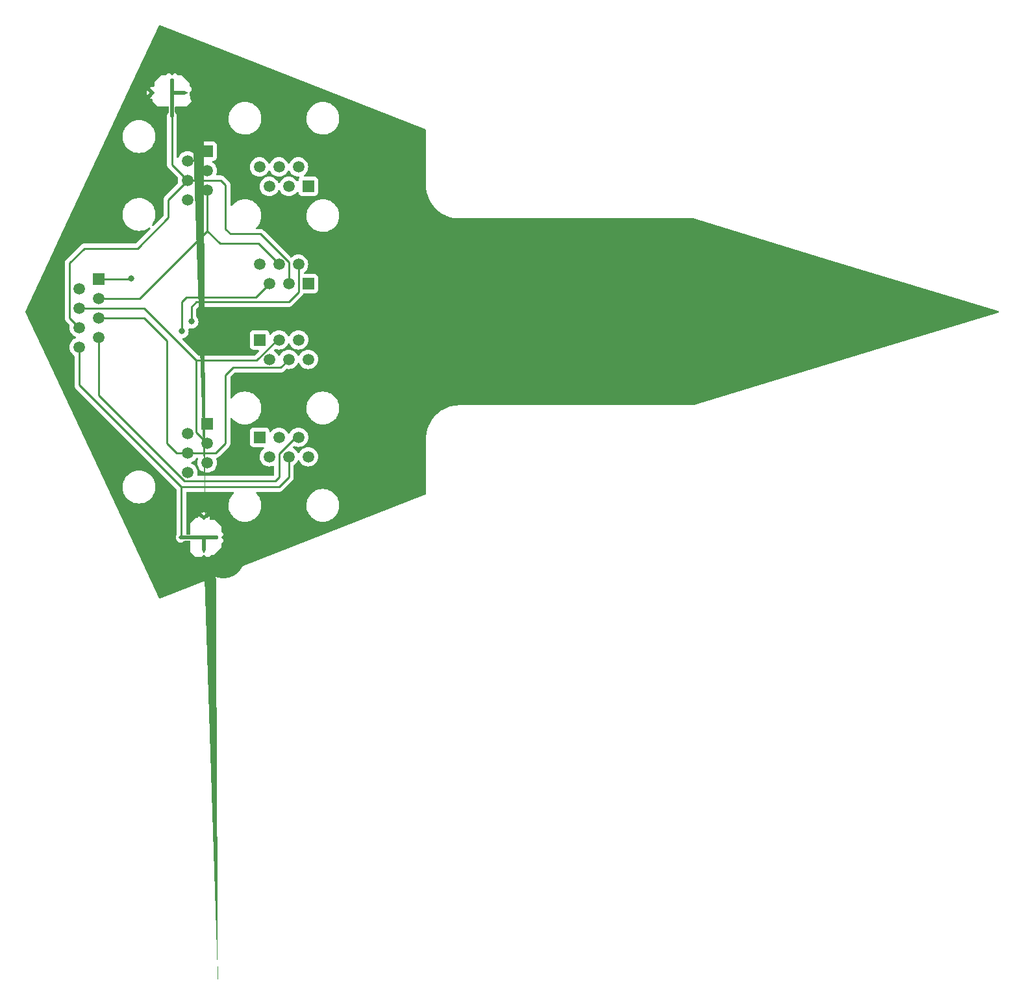
<source format=gtl>
%TF.GenerationSoftware,KiCad,Pcbnew,(6.0.5-22-g43b8adad1a)*%
%TF.CreationDate,2022-05-13T22:53:21-07:00*%
%TF.ProjectId,shadystake,73686164-7973-4746-916b-652e6b696361,rev?*%
%TF.SameCoordinates,Original*%
%TF.FileFunction,Copper,L1,Top*%
%TF.FilePolarity,Positive*%
%FSLAX46Y46*%
G04 Gerber Fmt 4.6, Leading zero omitted, Abs format (unit mm)*
G04 Created by KiCad (PCBNEW (6.0.5-22-g43b8adad1a)) date 2022-05-13 22:53:21*
%MOMM*%
%LPD*%
G01*
G04 APERTURE LIST*
G04 Aperture macros list*
%AMFreePoly0*
4,1,70,5.175671,0.230970,5.256777,0.176777,5.310970,0.095671,5.330000,0.000000,5.311135,-0.323899,5.254795,-0.643418,5.161742,-0.954236,5.033235,-1.252150,4.871011,-1.533130,4.677264,-1.793377,4.454614,-2.029372,4.206072,-2.237924,3.935000,-2.416211,3.645063,-2.561823,3.340181,-2.672791,3.024478,-2.747614,2.702224,-2.785280,2.377776,-2.785280,2.055522,-2.747614,1.739819,-2.672791,
1.434937,-2.561823,1.145000,-2.416211,0.873928,-2.237924,0.625386,-2.029372,0.402736,-1.793377,0.208989,-1.533130,0.046765,-1.252150,-0.081742,-0.954236,-0.174795,-0.643418,-0.231135,-0.323899,-0.250000,0.000000,-0.230970,0.095671,-0.176777,0.176777,-0.095671,0.230970,0.000000,0.250000,0.095671,0.230970,0.176777,0.176777,0.230970,0.095671,0.250000,0.000000,0.246560,-0.017294,
0.263565,-0.287581,0.317559,-0.570626,0.406602,-0.844672,0.529290,-1.105397,0.683688,-1.348690,0.867361,-1.570713,1.077413,-1.767964,1.310530,-1.937334,1.563037,-2.076151,1.830952,-2.182226,2.110048,-2.253886,2.395925,-2.290000,2.684075,-2.290000,2.969952,-2.253886,3.249048,-2.182226,3.516963,-2.076151,3.769470,-1.937334,4.002587,-1.767964,4.212639,-1.570713,4.396312,-1.348690,
4.550710,-1.105397,4.673398,-0.844672,4.762441,-0.570626,4.816435,-0.287581,4.818799,-0.250000,3.429000,-0.250000,2.921000,0.000000,3.429000,0.250000,5.080000,0.250000,5.175671,0.230970,5.175671,0.230970,$1*%
%AMFreePoly1*
4,1,24,0.095671,0.230970,0.176777,0.176777,0.230970,0.095671,0.250000,0.000000,0.250000,-4.699000,0.230970,-4.794671,0.176777,-4.875777,0.095671,-4.929970,0.000000,-4.949000,-0.095671,-4.929970,-0.176777,-4.875777,-0.230970,-4.794671,-0.250000,-4.699000,-0.250000,-3.298000,-1.651000,-3.298000,-2.159000,-3.048000,-1.651000,-2.798000,-0.250000,-2.798000,-0.250000,0.000000,-0.230970,0.095671,
-0.176777,0.176777,-0.095671,0.230970,0.000000,0.250000,0.095671,0.230970,0.095671,0.230970,$1*%
G04 Aperture macros list end*
%TA.AperFunction,ComponentPad*%
%ADD10R,1.520000X1.520000*%
%TD*%
%TA.AperFunction,ComponentPad*%
%ADD11C,1.520000*%
%TD*%
%TA.AperFunction,SMDPad,CuDef*%
%ADD12C,0.500000*%
%TD*%
%TA.AperFunction,SMDPad,CuDef*%
%ADD13FreePoly0,180.000000*%
%TD*%
%TA.AperFunction,SMDPad,CuDef*%
%ADD14FreePoly1,180.000000*%
%TD*%
%TA.AperFunction,SMDPad,CuDef*%
%ADD15FreePoly0,90.000000*%
%TD*%
%TA.AperFunction,SMDPad,CuDef*%
%ADD16FreePoly1,90.000000*%
%TD*%
%TA.AperFunction,ComponentPad*%
%ADD17R,1.500000X1.500000*%
%TD*%
%TA.AperFunction,ComponentPad*%
%ADD18C,1.500000*%
%TD*%
%TA.AperFunction,ViaPad*%
%ADD19C,0.800000*%
%TD*%
%TA.AperFunction,Conductor*%
%ADD20C,0.250000*%
%TD*%
G04 APERTURE END LIST*
D10*
X79380000Y-130660000D03*
D11*
X80650000Y-133200000D03*
X81920000Y-130660000D03*
X83190000Y-133200000D03*
X84460000Y-130660000D03*
X85730000Y-133200000D03*
D12*
X65405000Y-85725000D03*
X67945000Y-83185000D03*
D13*
X70485000Y-85725000D03*
D14*
X67945000Y-88773000D03*
D10*
X85720000Y-110640000D03*
D11*
X84450000Y-108100000D03*
X83180000Y-110640000D03*
X81910000Y-108100000D03*
X80640000Y-110640000D03*
X79370000Y-108100000D03*
D10*
X85720000Y-97940000D03*
D11*
X84450000Y-95400000D03*
X83180000Y-97940000D03*
X81910000Y-95400000D03*
X80640000Y-97940000D03*
X79370000Y-95400000D03*
D10*
X72540000Y-128910000D03*
D11*
X70000000Y-130180000D03*
X72540000Y-131450000D03*
X70000000Y-132720000D03*
X72540000Y-133990000D03*
X70000000Y-135260000D03*
D10*
X72540000Y-93350000D03*
D11*
X70000000Y-94620000D03*
X72540000Y-95890000D03*
X70000000Y-97160000D03*
X72540000Y-98430000D03*
X70000000Y-99700000D03*
D10*
X79380000Y-117960000D03*
D11*
X80650000Y-120500000D03*
X81920000Y-117960000D03*
X83190000Y-120500000D03*
X84460000Y-117960000D03*
X85730000Y-120500000D03*
D15*
X72136000Y-146304000D03*
D12*
X72136000Y-141224000D03*
X74676000Y-143764000D03*
D16*
X69088000Y-143764000D03*
D17*
X58400000Y-110017500D03*
D18*
X55860000Y-111287500D03*
X58400000Y-112557500D03*
X55860000Y-113827500D03*
X58400000Y-115097500D03*
X55860000Y-116367500D03*
X58400000Y-117637500D03*
X55860000Y-118907500D03*
D19*
X62611000Y-109982000D03*
X69215000Y-116840000D03*
X70485000Y-115570000D03*
X95250000Y-111760000D03*
X95250000Y-124460000D03*
X95250000Y-109220000D03*
X95250000Y-119380000D03*
X95250000Y-116840000D03*
X95250000Y-104140000D03*
X95250000Y-114300000D03*
X95250000Y-121920000D03*
X95250000Y-106680000D03*
D20*
X78966269Y-120650000D02*
X71120000Y-120650000D01*
X81656269Y-117960000D02*
X78966269Y-120650000D01*
X71120000Y-120650000D02*
X71120000Y-130030000D01*
X55860000Y-113827500D02*
X64297500Y-113827500D01*
X71120000Y-130030000D02*
X72540000Y-131450000D01*
X64297500Y-113827500D02*
X71120000Y-120650000D01*
X67310000Y-118110000D02*
X67310000Y-131445000D01*
X68585000Y-132720000D02*
X70000000Y-132720000D01*
X74930000Y-131445000D02*
X73655000Y-132720000D01*
X74930000Y-122555000D02*
X74930000Y-131445000D01*
X58400000Y-115097500D02*
X64297500Y-115097500D01*
X67310000Y-131445000D02*
X68585000Y-132720000D01*
X75900489Y-121584511D02*
X74930000Y-122555000D01*
X64297500Y-115097500D02*
X67310000Y-118110000D01*
X83190000Y-120500000D02*
X82105489Y-121584511D01*
X82105489Y-121584511D02*
X75900489Y-121584511D01*
X73655000Y-132720000D02*
X70000000Y-132720000D01*
X62575500Y-110017500D02*
X58400000Y-110017500D01*
X62611000Y-109982000D02*
X62575500Y-110017500D01*
X83180000Y-107836269D02*
X83180000Y-110640000D01*
X75565000Y-104140000D02*
X79483731Y-104140000D01*
X67945000Y-88773000D02*
X67945000Y-95105000D01*
X54610000Y-107950000D02*
X56515000Y-106045000D01*
X74300000Y-97160000D02*
X74930000Y-97790000D01*
X79483731Y-104140000D02*
X83180000Y-107836269D01*
X67945000Y-95105000D02*
X70000000Y-97160000D01*
X74930000Y-97790000D02*
X74930000Y-103505000D01*
X67465000Y-102025634D02*
X67465000Y-99695000D01*
X63445634Y-106045000D02*
X67465000Y-102025634D01*
X56515000Y-106045000D02*
X63445634Y-106045000D01*
X74930000Y-103505000D02*
X75565000Y-104140000D01*
X54610000Y-115117500D02*
X54610000Y-107950000D01*
X55860000Y-116367500D02*
X54610000Y-115117500D01*
X70000000Y-97160000D02*
X74300000Y-97160000D01*
X67465000Y-99695000D02*
X70000000Y-97160000D01*
X79220000Y-105410000D02*
X81910000Y-108100000D01*
X63732395Y-112557500D02*
X72540000Y-103749895D01*
X72540000Y-103749895D02*
X74200105Y-105410000D01*
X74200105Y-105410000D02*
X79220000Y-105410000D01*
X72540000Y-103749895D02*
X72540000Y-98430000D01*
X58400000Y-112557500D02*
X63732395Y-112557500D01*
X69155282Y-137160000D02*
X69155282Y-143696718D01*
X69850000Y-112395000D02*
X69215000Y-113030000D01*
X69155282Y-137160000D02*
X81915000Y-137160000D01*
X80640000Y-110640000D02*
X78885000Y-112395000D01*
X55860000Y-118907500D02*
X55860000Y-123864718D01*
X69155282Y-143696718D02*
X69088000Y-143764000D01*
X69215000Y-113030000D02*
X69215000Y-116840000D01*
X55860000Y-123864718D02*
X69155282Y-137160000D01*
X83190000Y-135885000D02*
X83190000Y-133200000D01*
X81915000Y-137160000D02*
X83190000Y-135885000D01*
X78885000Y-112395000D02*
X69850000Y-112395000D01*
X58400000Y-117637500D02*
X58400000Y-125193731D01*
X69550780Y-136344511D02*
X81459785Y-136344511D01*
X83185000Y-113030000D02*
X84450000Y-111765000D01*
X84450000Y-111765000D02*
X84450000Y-108100000D01*
X70485000Y-115570000D02*
X70485000Y-113665000D01*
X71120000Y-113030000D02*
X83185000Y-113030000D01*
X58400000Y-125193731D02*
X69550780Y-136344511D01*
X81915000Y-132828135D02*
X84083135Y-130660000D01*
X81459785Y-136344511D02*
X81915000Y-135889296D01*
X81915000Y-135889296D02*
X81915000Y-132828135D01*
X70485000Y-113665000D02*
X71120000Y-113030000D01*
%TA.AperFunction,Conductor*%
G36*
X66408939Y-76891273D02*
G01*
X101011572Y-90485164D01*
X101067662Y-90528690D01*
X101091500Y-90602439D01*
X101091500Y-97740633D01*
X101090000Y-97760018D01*
X101087690Y-97774851D01*
X101087690Y-97774855D01*
X101086309Y-97783724D01*
X101087130Y-97790000D01*
X101086887Y-97790000D01*
X101092091Y-97902561D01*
X101104291Y-98166429D01*
X101105329Y-98188887D01*
X101105729Y-98191754D01*
X101158727Y-98571685D01*
X101160496Y-98584370D01*
X101174905Y-98645634D01*
X101247407Y-98953891D01*
X101251919Y-98973076D01*
X101378817Y-99351689D01*
X101379996Y-99354359D01*
X101532612Y-99700000D01*
X101540108Y-99716977D01*
X101541515Y-99719504D01*
X101541520Y-99719513D01*
X101697268Y-99999135D01*
X101734415Y-100065826D01*
X101960081Y-100395258D01*
X101961929Y-100397484D01*
X101961937Y-100397494D01*
X102213324Y-100700226D01*
X102215181Y-100702462D01*
X102497538Y-100984819D01*
X102499771Y-100986673D01*
X102499774Y-100986676D01*
X102802506Y-101238063D01*
X102802516Y-101238071D01*
X102804742Y-101239919D01*
X103134174Y-101465585D01*
X103136710Y-101466998D01*
X103136714Y-101467000D01*
X103480487Y-101658480D01*
X103480496Y-101658485D01*
X103483023Y-101659892D01*
X103485674Y-101661063D01*
X103485683Y-101661067D01*
X103797660Y-101798818D01*
X103848311Y-101821183D01*
X104226924Y-101948081D01*
X104229757Y-101948747D01*
X104229763Y-101948749D01*
X104402475Y-101989370D01*
X104615630Y-102039504D01*
X104618515Y-102039906D01*
X104618518Y-102039907D01*
X104873622Y-102075492D01*
X105011113Y-102094671D01*
X105013997Y-102094804D01*
X105014004Y-102094805D01*
X105381305Y-102111786D01*
X105387783Y-102112478D01*
X105387796Y-102112333D01*
X105392647Y-102112768D01*
X105397448Y-102113576D01*
X105403886Y-102113654D01*
X105405140Y-102113670D01*
X105405143Y-102113670D01*
X105410000Y-102113729D01*
X105437624Y-102109773D01*
X105455486Y-102108500D01*
X135795974Y-102108500D01*
X135832514Y-102113915D01*
X153732392Y-107538120D01*
X175648666Y-114179415D01*
X175708058Y-114218313D01*
X175736993Y-114283146D01*
X175726282Y-114353330D01*
X175679328Y-114406582D01*
X175648666Y-114420585D01*
X159949342Y-119177956D01*
X136012419Y-126431569D01*
X135832516Y-126486085D01*
X135795975Y-126491500D01*
X105463250Y-126491500D01*
X105442345Y-126489754D01*
X105427344Y-126487230D01*
X105427341Y-126487230D01*
X105422552Y-126486424D01*
X105416579Y-126486351D01*
X105414869Y-126486330D01*
X105414864Y-126486330D01*
X105410000Y-126486271D01*
X105405182Y-126486961D01*
X105400321Y-126487278D01*
X105400316Y-126487203D01*
X105397598Y-126487461D01*
X105310230Y-126491500D01*
X105014004Y-126505195D01*
X105013997Y-126505196D01*
X105011113Y-126505329D01*
X104876137Y-126524157D01*
X104618518Y-126560093D01*
X104618515Y-126560094D01*
X104615630Y-126560496D01*
X104402475Y-126610630D01*
X104229763Y-126651251D01*
X104229757Y-126651253D01*
X104226924Y-126651919D01*
X103848311Y-126778817D01*
X103845641Y-126779996D01*
X103485683Y-126938933D01*
X103485674Y-126938937D01*
X103483023Y-126940108D01*
X103480496Y-126941515D01*
X103480487Y-126941520D01*
X103355980Y-127010870D01*
X103134174Y-127134415D01*
X102804742Y-127360081D01*
X102802516Y-127361929D01*
X102802506Y-127361937D01*
X102499774Y-127613324D01*
X102497538Y-127615181D01*
X102215181Y-127897538D01*
X102213327Y-127899771D01*
X102213324Y-127899774D01*
X101961937Y-128202506D01*
X101961929Y-128202516D01*
X101960081Y-128204742D01*
X101734415Y-128534174D01*
X101733002Y-128536710D01*
X101733000Y-128536714D01*
X101541520Y-128880487D01*
X101541515Y-128880496D01*
X101540108Y-128883023D01*
X101538937Y-128885674D01*
X101538933Y-128885683D01*
X101430159Y-129132033D01*
X101378817Y-129248311D01*
X101251919Y-129626924D01*
X101251253Y-129629757D01*
X101251251Y-129629763D01*
X101225439Y-129739508D01*
X101160496Y-130015630D01*
X101160094Y-130018515D01*
X101160093Y-130018518D01*
X101131362Y-130224490D01*
X101105329Y-130411113D01*
X101105196Y-130413997D01*
X101105195Y-130414004D01*
X101087859Y-130788978D01*
X101087739Y-130790170D01*
X101087704Y-130791385D01*
X101087731Y-130791532D01*
X101087727Y-130791829D01*
X101087544Y-130795794D01*
X101086309Y-130803724D01*
X101086950Y-130808629D01*
X101086887Y-130810000D01*
X101087130Y-130810000D01*
X101090391Y-130834936D01*
X101090436Y-130835283D01*
X101091500Y-130851620D01*
X101091500Y-137997560D01*
X101071498Y-138065681D01*
X101011572Y-138114835D01*
X66408939Y-151708727D01*
X66338222Y-151715018D01*
X66275329Y-151682078D01*
X66248688Y-151644736D01*
X63637812Y-146050000D01*
X59551808Y-137294277D01*
X61515735Y-137294277D01*
X61553705Y-137582687D01*
X61630465Y-137863276D01*
X61632149Y-137867224D01*
X61732508Y-138102511D01*
X61744596Y-138130852D01*
X61893985Y-138380462D01*
X61896669Y-138383813D01*
X61896671Y-138383815D01*
X61911322Y-138402102D01*
X62075867Y-138607489D01*
X62286878Y-138807731D01*
X62523113Y-138977483D01*
X62780200Y-139113603D01*
X62784223Y-139115075D01*
X62784227Y-139115077D01*
X63049351Y-139212099D01*
X63053382Y-139213574D01*
X63337604Y-139275544D01*
X63366650Y-139277830D01*
X63563297Y-139293307D01*
X63563304Y-139293307D01*
X63565753Y-139293500D01*
X63723121Y-139293500D01*
X63725257Y-139293354D01*
X63725268Y-139293354D01*
X63935949Y-139278991D01*
X63935955Y-139278990D01*
X63940226Y-139278699D01*
X63944421Y-139277830D01*
X63944423Y-139277830D01*
X64082654Y-139249204D01*
X64225081Y-139219709D01*
X64499295Y-139122605D01*
X64757793Y-138989184D01*
X64761294Y-138986723D01*
X64761298Y-138986721D01*
X64886184Y-138898949D01*
X64995792Y-138821915D01*
X65114022Y-138712049D01*
X65205745Y-138626815D01*
X65205748Y-138626812D01*
X65208888Y-138623894D01*
X65219895Y-138610447D01*
X65390423Y-138402102D01*
X65393139Y-138398784D01*
X65545133Y-138150752D01*
X65553869Y-138130852D01*
X65633477Y-137949497D01*
X65662059Y-137884386D01*
X65668073Y-137863276D01*
X65697961Y-137758351D01*
X65741754Y-137604616D01*
X65742639Y-137598402D01*
X65782137Y-137320870D01*
X65782742Y-137316619D01*
X65784265Y-137025723D01*
X65746295Y-136737313D01*
X65669535Y-136456724D01*
X65599510Y-136292553D01*
X65557090Y-136193100D01*
X65557088Y-136193096D01*
X65555404Y-136189148D01*
X65406015Y-135939538D01*
X65391337Y-135921216D01*
X65226823Y-135715869D01*
X65224133Y-135712511D01*
X65013122Y-135512269D01*
X64776887Y-135342517D01*
X64631379Y-135265475D01*
X64523587Y-135208402D01*
X64523586Y-135208401D01*
X64519800Y-135206397D01*
X64515777Y-135204925D01*
X64515773Y-135204923D01*
X64250649Y-135107901D01*
X64250647Y-135107900D01*
X64246618Y-135106426D01*
X63962396Y-135044456D01*
X63891624Y-135038886D01*
X63736703Y-135026693D01*
X63736696Y-135026693D01*
X63734247Y-135026500D01*
X63576879Y-135026500D01*
X63574743Y-135026646D01*
X63574732Y-135026646D01*
X63364051Y-135041009D01*
X63364045Y-135041010D01*
X63359774Y-135041301D01*
X63355579Y-135042170D01*
X63355577Y-135042170D01*
X63340130Y-135045369D01*
X63074919Y-135100291D01*
X63057594Y-135106426D01*
X62827304Y-135187976D01*
X62800705Y-135197395D01*
X62542207Y-135330816D01*
X62538706Y-135333277D01*
X62538702Y-135333279D01*
X62525558Y-135342517D01*
X62304208Y-135498085D01*
X62301067Y-135501004D01*
X62125882Y-135663796D01*
X62091112Y-135696106D01*
X62088398Y-135699422D01*
X62088395Y-135699425D01*
X62074936Y-135715869D01*
X61906861Y-135921216D01*
X61754867Y-136169248D01*
X61753148Y-136173165D01*
X61753146Y-136173168D01*
X61722682Y-136242568D01*
X61637941Y-136435614D01*
X61636765Y-136439742D01*
X61636764Y-136439745D01*
X61612218Y-136525913D01*
X61558246Y-136715384D01*
X61557642Y-136719626D01*
X61557641Y-136719632D01*
X61555125Y-136737313D01*
X61517258Y-137003381D01*
X61515735Y-137294277D01*
X59551808Y-137294277D01*
X51611292Y-120278886D01*
X48846011Y-114353284D01*
X48835329Y-114283095D01*
X48846011Y-114246716D01*
X51793838Y-107929943D01*
X53971780Y-107929943D01*
X53972526Y-107937835D01*
X53975941Y-107973961D01*
X53976500Y-107985819D01*
X53976500Y-115038733D01*
X53975973Y-115049916D01*
X53974298Y-115057409D01*
X53974547Y-115065335D01*
X53974547Y-115065336D01*
X53976438Y-115125486D01*
X53976500Y-115129445D01*
X53976500Y-115157356D01*
X53976997Y-115161290D01*
X53976997Y-115161291D01*
X53977005Y-115161356D01*
X53977938Y-115173193D01*
X53979327Y-115217389D01*
X53984978Y-115236839D01*
X53988987Y-115256200D01*
X53991526Y-115276297D01*
X53994445Y-115283668D01*
X53994445Y-115283670D01*
X54007804Y-115317412D01*
X54011649Y-115328642D01*
X54023982Y-115371093D01*
X54028015Y-115377912D01*
X54028017Y-115377917D01*
X54034293Y-115388528D01*
X54042988Y-115406276D01*
X54050448Y-115425117D01*
X54055110Y-115431533D01*
X54055110Y-115431534D01*
X54076436Y-115460887D01*
X54082952Y-115470807D01*
X54105458Y-115508862D01*
X54119779Y-115523183D01*
X54132619Y-115538216D01*
X54144528Y-115554607D01*
X54150632Y-115559657D01*
X54150637Y-115559662D01*
X54178598Y-115582793D01*
X54187379Y-115590783D01*
X54591673Y-115995078D01*
X54625698Y-116057390D01*
X54624284Y-116116784D01*
X54615885Y-116148129D01*
X54596693Y-116367500D01*
X54615885Y-116586871D01*
X54672880Y-116799576D01*
X54716415Y-116892938D01*
X54763618Y-116994166D01*
X54763621Y-116994171D01*
X54765944Y-116999153D01*
X54769100Y-117003660D01*
X54769101Y-117003662D01*
X54862895Y-117137613D01*
X54892251Y-117179538D01*
X55047962Y-117335249D01*
X55052471Y-117338406D01*
X55052473Y-117338408D01*
X55127241Y-117390761D01*
X55228346Y-117461556D01*
X55233328Y-117463879D01*
X55233333Y-117463882D01*
X55360768Y-117523305D01*
X55414053Y-117570222D01*
X55433514Y-117638499D01*
X55412972Y-117706459D01*
X55360768Y-117751695D01*
X55233334Y-117811118D01*
X55233329Y-117811121D01*
X55228347Y-117813444D01*
X55223840Y-117816600D01*
X55223838Y-117816601D01*
X55052473Y-117936592D01*
X55052470Y-117936594D01*
X55047962Y-117939751D01*
X54892251Y-118095462D01*
X54889094Y-118099970D01*
X54889092Y-118099973D01*
X54791143Y-118239859D01*
X54765944Y-118275847D01*
X54763621Y-118280829D01*
X54763618Y-118280834D01*
X54738128Y-118335499D01*
X54672880Y-118475424D01*
X54615885Y-118688129D01*
X54596693Y-118907500D01*
X54615885Y-119126871D01*
X54672880Y-119339576D01*
X54706953Y-119412646D01*
X54763618Y-119534166D01*
X54763621Y-119534171D01*
X54765944Y-119539153D01*
X54769100Y-119543660D01*
X54769101Y-119543662D01*
X54862895Y-119677613D01*
X54892251Y-119719538D01*
X55047962Y-119875249D01*
X55052470Y-119878406D01*
X55052473Y-119878408D01*
X55105866Y-119915794D01*
X55172772Y-119962642D01*
X55217099Y-120018098D01*
X55226500Y-120065854D01*
X55226500Y-123785951D01*
X55225973Y-123797134D01*
X55224298Y-123804627D01*
X55224547Y-123812553D01*
X55224547Y-123812554D01*
X55226438Y-123872704D01*
X55226500Y-123876663D01*
X55226500Y-123904574D01*
X55226997Y-123908508D01*
X55226997Y-123908509D01*
X55227005Y-123908574D01*
X55227938Y-123920411D01*
X55229327Y-123964607D01*
X55234978Y-123984057D01*
X55238987Y-124003418D01*
X55241526Y-124023515D01*
X55244445Y-124030886D01*
X55244445Y-124030888D01*
X55257804Y-124064630D01*
X55261649Y-124075860D01*
X55273982Y-124118311D01*
X55278015Y-124125130D01*
X55278017Y-124125135D01*
X55284293Y-124135746D01*
X55292988Y-124153494D01*
X55300448Y-124172335D01*
X55305110Y-124178751D01*
X55305110Y-124178752D01*
X55326436Y-124208105D01*
X55332952Y-124218025D01*
X55355458Y-124256080D01*
X55369779Y-124270401D01*
X55382619Y-124285434D01*
X55394528Y-124301825D01*
X55400634Y-124306876D01*
X55428605Y-124330016D01*
X55437384Y-124338006D01*
X68484877Y-137385500D01*
X68518903Y-137447812D01*
X68521782Y-137474595D01*
X68521782Y-143451237D01*
X68511419Y-143501276D01*
X68474819Y-143585855D01*
X68449780Y-143743943D01*
X68464843Y-143903292D01*
X68519061Y-144053889D01*
X68523518Y-144060447D01*
X68593893Y-144164000D01*
X68609028Y-144186271D01*
X68614976Y-144191515D01*
X68614977Y-144191516D01*
X68706268Y-144272000D01*
X68729090Y-144292120D01*
X68736149Y-144295717D01*
X68736151Y-144295718D01*
X68808199Y-144332428D01*
X68871704Y-144364785D01*
X68879443Y-144366515D01*
X68879446Y-144366516D01*
X69020168Y-144397972D01*
X69020171Y-144397972D01*
X69027909Y-144399702D01*
X69035835Y-144399453D01*
X69035836Y-144399453D01*
X69122493Y-144396729D01*
X69187889Y-144394673D01*
X69195501Y-144392461D01*
X69195504Y-144392461D01*
X69333980Y-144352230D01*
X69333982Y-144352229D01*
X69341593Y-144350018D01*
X69479362Y-144268542D01*
X69547538Y-144200367D01*
X69555819Y-144192831D01*
X69562300Y-144188718D01*
X69567727Y-144182938D01*
X69573832Y-144177888D01*
X69574848Y-144179116D01*
X69628183Y-144147779D01*
X69658820Y-144143998D01*
X70232000Y-144143998D01*
X70300121Y-144164000D01*
X70346614Y-144217656D01*
X70358000Y-144269998D01*
X70358000Y-145669000D01*
X70993000Y-146304000D01*
X72771000Y-146304000D01*
X72988095Y-146086905D01*
X73050407Y-146052879D01*
X73077190Y-146050000D01*
X73406000Y-146050000D01*
X74422000Y-145034000D01*
X74422000Y-144578190D01*
X74442002Y-144510069D01*
X74458905Y-144489095D01*
X74676000Y-144272000D01*
X74676000Y-143256000D01*
X74458905Y-143038905D01*
X74424879Y-142976593D01*
X74422000Y-142949810D01*
X74422000Y-142367000D01*
X73533000Y-141478000D01*
X73010741Y-141478000D01*
X72942620Y-141457998D01*
X72896127Y-141404342D01*
X72885967Y-141334463D01*
X72897948Y-141249219D01*
X72898554Y-141241338D01*
X72898741Y-141227962D01*
X72898354Y-141220062D01*
X72880625Y-141062003D01*
X72877523Y-141048350D01*
X72826700Y-140902407D01*
X72821141Y-140897467D01*
X72812088Y-140901465D01*
X72526458Y-141187095D01*
X72464146Y-141221121D01*
X72437363Y-141224000D01*
X71834637Y-141224000D01*
X71766516Y-141203998D01*
X71745542Y-141187095D01*
X71463039Y-140904592D01*
X71450659Y-140897832D01*
X71447037Y-140900543D01*
X71397001Y-141038016D01*
X71393709Y-141051624D01*
X71385855Y-141113793D01*
X71357473Y-141178869D01*
X71298413Y-141218270D01*
X71260849Y-141224000D01*
X70993000Y-141224000D01*
X70358000Y-141859000D01*
X70358000Y-143258002D01*
X70337998Y-143326123D01*
X70284342Y-143372616D01*
X70232000Y-143384002D01*
X69914782Y-143384002D01*
X69846661Y-143364000D01*
X69800168Y-143310344D01*
X69788782Y-143258002D01*
X69788782Y-140539302D01*
X71809860Y-140539302D01*
X71813684Y-140548131D01*
X72123188Y-140857635D01*
X72137132Y-140865249D01*
X72138965Y-140865118D01*
X72145580Y-140860867D01*
X72455847Y-140550600D01*
X72462607Y-140538220D01*
X72460022Y-140534766D01*
X72459722Y-140534606D01*
X72316820Y-140483720D01*
X72303195Y-140480524D01*
X72148318Y-140462057D01*
X72134321Y-140461959D01*
X71979207Y-140478262D01*
X71965533Y-140481268D01*
X71817884Y-140531532D01*
X71816113Y-140532366D01*
X71809860Y-140539302D01*
X69788782Y-140539302D01*
X69788782Y-137919500D01*
X69808784Y-137851379D01*
X69862440Y-137804886D01*
X69914782Y-137793500D01*
X75905304Y-137793500D01*
X75973425Y-137813502D01*
X76019918Y-137867158D01*
X76030022Y-137937432D01*
X76000528Y-138002012D01*
X75991086Y-138011789D01*
X75911112Y-138086106D01*
X75908398Y-138089422D01*
X75908395Y-138089425D01*
X75855212Y-138154402D01*
X75726861Y-138311216D01*
X75574867Y-138559248D01*
X75573148Y-138563165D01*
X75573146Y-138563168D01*
X75545207Y-138626815D01*
X75457941Y-138825614D01*
X75456765Y-138829742D01*
X75456764Y-138829745D01*
X75437051Y-138898949D01*
X75378246Y-139105384D01*
X75377642Y-139109626D01*
X75377641Y-139109632D01*
X75351494Y-139293354D01*
X75337258Y-139393381D01*
X75335735Y-139684277D01*
X75373705Y-139972687D01*
X75450465Y-140253276D01*
X75452149Y-140257224D01*
X75547395Y-140480524D01*
X75564596Y-140520852D01*
X75713985Y-140770462D01*
X75716669Y-140773813D01*
X75716671Y-140773815D01*
X75731322Y-140792102D01*
X75895867Y-140997489D01*
X75963851Y-141062003D01*
X76087002Y-141178869D01*
X76106878Y-141197731D01*
X76343113Y-141367483D01*
X76600200Y-141503603D01*
X76604223Y-141505075D01*
X76604227Y-141505077D01*
X76628709Y-141514036D01*
X76873382Y-141603574D01*
X77157604Y-141665544D01*
X77186650Y-141667830D01*
X77383297Y-141683307D01*
X77383304Y-141683307D01*
X77385753Y-141683500D01*
X77543121Y-141683500D01*
X77545257Y-141683354D01*
X77545268Y-141683354D01*
X77755949Y-141668991D01*
X77755955Y-141668990D01*
X77760226Y-141668699D01*
X77764421Y-141667830D01*
X77764423Y-141667830D01*
X77902653Y-141639204D01*
X78045081Y-141609709D01*
X78319295Y-141512605D01*
X78577793Y-141379184D01*
X78581294Y-141376723D01*
X78581298Y-141376721D01*
X78773927Y-141241338D01*
X78815792Y-141211915D01*
X79028888Y-141013894D01*
X79039895Y-141000447D01*
X79210423Y-140792102D01*
X79213139Y-140788784D01*
X79365133Y-140540752D01*
X79369181Y-140531532D01*
X79480334Y-140278315D01*
X79482059Y-140274386D01*
X79488073Y-140253276D01*
X79507782Y-140184087D01*
X79561754Y-139994616D01*
X79564286Y-139976829D01*
X79602137Y-139710870D01*
X79602742Y-139706619D01*
X79602859Y-139684277D01*
X85495735Y-139684277D01*
X85533705Y-139972687D01*
X85610465Y-140253276D01*
X85612149Y-140257224D01*
X85707395Y-140480524D01*
X85724596Y-140520852D01*
X85873985Y-140770462D01*
X85876669Y-140773813D01*
X85876671Y-140773815D01*
X85891322Y-140792102D01*
X86055867Y-140997489D01*
X86123851Y-141062003D01*
X86247002Y-141178869D01*
X86266878Y-141197731D01*
X86503113Y-141367483D01*
X86760200Y-141503603D01*
X86764223Y-141505075D01*
X86764227Y-141505077D01*
X86788709Y-141514036D01*
X87033382Y-141603574D01*
X87317604Y-141665544D01*
X87346650Y-141667830D01*
X87543297Y-141683307D01*
X87543304Y-141683307D01*
X87545753Y-141683500D01*
X87703121Y-141683500D01*
X87705257Y-141683354D01*
X87705268Y-141683354D01*
X87915949Y-141668991D01*
X87915955Y-141668990D01*
X87920226Y-141668699D01*
X87924421Y-141667830D01*
X87924423Y-141667830D01*
X88062653Y-141639204D01*
X88205081Y-141609709D01*
X88479295Y-141512605D01*
X88737793Y-141379184D01*
X88741294Y-141376723D01*
X88741298Y-141376721D01*
X88933927Y-141241338D01*
X88975792Y-141211915D01*
X89188888Y-141013894D01*
X89199895Y-141000447D01*
X89370423Y-140792102D01*
X89373139Y-140788784D01*
X89525133Y-140540752D01*
X89529181Y-140531532D01*
X89640334Y-140278315D01*
X89642059Y-140274386D01*
X89648073Y-140253276D01*
X89667782Y-140184087D01*
X89721754Y-139994616D01*
X89724286Y-139976829D01*
X89762137Y-139710870D01*
X89762742Y-139706619D01*
X89764265Y-139415723D01*
X89726295Y-139127313D01*
X89649535Y-138846724D01*
X89592091Y-138712049D01*
X89537090Y-138583100D01*
X89537088Y-138583096D01*
X89535404Y-138579148D01*
X89386015Y-138329538D01*
X89371337Y-138311216D01*
X89242781Y-138150752D01*
X89204133Y-138102511D01*
X88993122Y-137902269D01*
X88756887Y-137732517D01*
X88499800Y-137596397D01*
X88495777Y-137594925D01*
X88495773Y-137594923D01*
X88230649Y-137497901D01*
X88230647Y-137497900D01*
X88226618Y-137496426D01*
X87942396Y-137434456D01*
X87898598Y-137431009D01*
X87716703Y-137416693D01*
X87716696Y-137416693D01*
X87714247Y-137416500D01*
X87556879Y-137416500D01*
X87554743Y-137416646D01*
X87554732Y-137416646D01*
X87344051Y-137431009D01*
X87344045Y-137431010D01*
X87339774Y-137431301D01*
X87335579Y-137432170D01*
X87335577Y-137432170D01*
X87197346Y-137460796D01*
X87054919Y-137490291D01*
X87037594Y-137496426D01*
X86794201Y-137582616D01*
X86780705Y-137587395D01*
X86522207Y-137720816D01*
X86518706Y-137723277D01*
X86518702Y-137723279D01*
X86420834Y-137792062D01*
X86284208Y-137888085D01*
X86231104Y-137937432D01*
X86152047Y-138010897D01*
X86071112Y-138086106D01*
X86068398Y-138089422D01*
X86068395Y-138089425D01*
X86015212Y-138154402D01*
X85886861Y-138311216D01*
X85734867Y-138559248D01*
X85733148Y-138563165D01*
X85733146Y-138563168D01*
X85705207Y-138626815D01*
X85617941Y-138825614D01*
X85616765Y-138829742D01*
X85616764Y-138829745D01*
X85597051Y-138898949D01*
X85538246Y-139105384D01*
X85537642Y-139109626D01*
X85537641Y-139109632D01*
X85511494Y-139293354D01*
X85497258Y-139393381D01*
X85495735Y-139684277D01*
X79602859Y-139684277D01*
X79604265Y-139415723D01*
X79566295Y-139127313D01*
X79489535Y-138846724D01*
X79432091Y-138712049D01*
X79377090Y-138583100D01*
X79377088Y-138583096D01*
X79375404Y-138579148D01*
X79226015Y-138329538D01*
X79211337Y-138311216D01*
X79082781Y-138150752D01*
X79044133Y-138102511D01*
X78947592Y-138010897D01*
X78911948Y-137949497D01*
X78915157Y-137878573D01*
X78956201Y-137820643D01*
X79022049Y-137794099D01*
X79034325Y-137793500D01*
X81836233Y-137793500D01*
X81847416Y-137794027D01*
X81854909Y-137795702D01*
X81862835Y-137795453D01*
X81862836Y-137795453D01*
X81922986Y-137793562D01*
X81926945Y-137793500D01*
X81954856Y-137793500D01*
X81958791Y-137793003D01*
X81958856Y-137792995D01*
X81970693Y-137792062D01*
X82002951Y-137791048D01*
X82006970Y-137790922D01*
X82014889Y-137790673D01*
X82034343Y-137785021D01*
X82053700Y-137781013D01*
X82065930Y-137779468D01*
X82065931Y-137779468D01*
X82073797Y-137778474D01*
X82081168Y-137775555D01*
X82081170Y-137775555D01*
X82114912Y-137762196D01*
X82126142Y-137758351D01*
X82160983Y-137748229D01*
X82160984Y-137748229D01*
X82168593Y-137746018D01*
X82175412Y-137741985D01*
X82175417Y-137741983D01*
X82186028Y-137735707D01*
X82203776Y-137727012D01*
X82222617Y-137719552D01*
X82258387Y-137693564D01*
X82268307Y-137687048D01*
X82299535Y-137668580D01*
X82299538Y-137668578D01*
X82306362Y-137664542D01*
X82320683Y-137650221D01*
X82335717Y-137637380D01*
X82345694Y-137630131D01*
X82352107Y-137625472D01*
X82380298Y-137591395D01*
X82388288Y-137582616D01*
X83582247Y-136388657D01*
X83590537Y-136381113D01*
X83597018Y-136377000D01*
X83643659Y-136327332D01*
X83646413Y-136324491D01*
X83666134Y-136304770D01*
X83668612Y-136301575D01*
X83676318Y-136292553D01*
X83701158Y-136266101D01*
X83706586Y-136260321D01*
X83716346Y-136242568D01*
X83727199Y-136226045D01*
X83734753Y-136216306D01*
X83739613Y-136210041D01*
X83757176Y-136169457D01*
X83762383Y-136158827D01*
X83783695Y-136120060D01*
X83785666Y-136112383D01*
X83785668Y-136112378D01*
X83788732Y-136100442D01*
X83795138Y-136081730D01*
X83800033Y-136070419D01*
X83803181Y-136063145D01*
X83804421Y-136055317D01*
X83804423Y-136055310D01*
X83810099Y-136019476D01*
X83812505Y-136007856D01*
X83821528Y-135972711D01*
X83821528Y-135972710D01*
X83823500Y-135965030D01*
X83823500Y-135944776D01*
X83825051Y-135925065D01*
X83826980Y-135912886D01*
X83828220Y-135905057D01*
X83824059Y-135861038D01*
X83823500Y-135849181D01*
X83823500Y-134370562D01*
X83843502Y-134302441D01*
X83877229Y-134267349D01*
X84003979Y-134178598D01*
X84003982Y-134178596D01*
X84008490Y-134175439D01*
X84165439Y-134018490D01*
X84181555Y-133995475D01*
X84289592Y-133841181D01*
X84289593Y-133841179D01*
X84292749Y-133836672D01*
X84295072Y-133831690D01*
X84295075Y-133831685D01*
X84345805Y-133722894D01*
X84392723Y-133669609D01*
X84461000Y-133650148D01*
X84528960Y-133670690D01*
X84574195Y-133722894D01*
X84624925Y-133831685D01*
X84624928Y-133831690D01*
X84627251Y-133836672D01*
X84630407Y-133841179D01*
X84630408Y-133841181D01*
X84738446Y-133995475D01*
X84754561Y-134018490D01*
X84911510Y-134175439D01*
X84916018Y-134178596D01*
X84916021Y-134178598D01*
X84991687Y-134231580D01*
X85093327Y-134302749D01*
X85098309Y-134305072D01*
X85098314Y-134305075D01*
X85238752Y-134370562D01*
X85294490Y-134396553D01*
X85299798Y-134397975D01*
X85299800Y-134397976D01*
X85503571Y-134452576D01*
X85503573Y-134452576D01*
X85508886Y-134454000D01*
X85730000Y-134473345D01*
X85951114Y-134454000D01*
X85956427Y-134452576D01*
X85956429Y-134452576D01*
X86160200Y-134397976D01*
X86160202Y-134397975D01*
X86165510Y-134396553D01*
X86221248Y-134370562D01*
X86361686Y-134305075D01*
X86361691Y-134305072D01*
X86366673Y-134302749D01*
X86468313Y-134231580D01*
X86543979Y-134178598D01*
X86543982Y-134178596D01*
X86548490Y-134175439D01*
X86705439Y-134018490D01*
X86721555Y-133995475D01*
X86829592Y-133841181D01*
X86829593Y-133841179D01*
X86832749Y-133836672D01*
X86835072Y-133831690D01*
X86835075Y-133831685D01*
X86924230Y-133640492D01*
X86924231Y-133640490D01*
X86926553Y-133635510D01*
X86946840Y-133559800D01*
X86982576Y-133426429D01*
X86982576Y-133426427D01*
X86984000Y-133421114D01*
X87003345Y-133200000D01*
X86984000Y-132978886D01*
X86926553Y-132764490D01*
X86885805Y-132677106D01*
X86835075Y-132568315D01*
X86835072Y-132568310D01*
X86832749Y-132563328D01*
X86705439Y-132381510D01*
X86548490Y-132224561D01*
X86543982Y-132221404D01*
X86543979Y-132221402D01*
X86396077Y-132117840D01*
X86366673Y-132097251D01*
X86361691Y-132094928D01*
X86361686Y-132094925D01*
X86170492Y-132005770D01*
X86170491Y-132005769D01*
X86165510Y-132003447D01*
X86160202Y-132002025D01*
X86160200Y-132002024D01*
X85956429Y-131947424D01*
X85956427Y-131947424D01*
X85951114Y-131946000D01*
X85730000Y-131926655D01*
X85508886Y-131946000D01*
X85503573Y-131947424D01*
X85503571Y-131947424D01*
X85299800Y-132002024D01*
X85299798Y-132002025D01*
X85294490Y-132003447D01*
X85289510Y-132005769D01*
X85289508Y-132005770D01*
X85098315Y-132094925D01*
X85098310Y-132094928D01*
X85093328Y-132097251D01*
X85088821Y-132100407D01*
X85088819Y-132100408D01*
X84916021Y-132221402D01*
X84916018Y-132221404D01*
X84911510Y-132224561D01*
X84754561Y-132381510D01*
X84627251Y-132563328D01*
X84624928Y-132568310D01*
X84624925Y-132568315D01*
X84574195Y-132677106D01*
X84527277Y-132730391D01*
X84459000Y-132749852D01*
X84391040Y-132729310D01*
X84345805Y-132677106D01*
X84295075Y-132568315D01*
X84295072Y-132568310D01*
X84292749Y-132563328D01*
X84165439Y-132381510D01*
X84008490Y-132224561D01*
X84003982Y-132221404D01*
X84003979Y-132221402D01*
X83856077Y-132117840D01*
X83826673Y-132097251D01*
X83821685Y-132094925D01*
X83821682Y-132094923D01*
X83795473Y-132082702D01*
X83742187Y-132035785D01*
X83722726Y-131967508D01*
X83743267Y-131899548D01*
X83759627Y-131879412D01*
X83797061Y-131841978D01*
X83859373Y-131807952D01*
X83930188Y-131813017D01*
X83939406Y-131816878D01*
X84019507Y-131854230D01*
X84019513Y-131854232D01*
X84024490Y-131856553D01*
X84029798Y-131857975D01*
X84029800Y-131857976D01*
X84233571Y-131912576D01*
X84233573Y-131912576D01*
X84238886Y-131914000D01*
X84460000Y-131933345D01*
X84681114Y-131914000D01*
X84686427Y-131912576D01*
X84686429Y-131912576D01*
X84890200Y-131857976D01*
X84890202Y-131857975D01*
X84895510Y-131856553D01*
X84904088Y-131852553D01*
X85091686Y-131765075D01*
X85091691Y-131765072D01*
X85096673Y-131762749D01*
X85214765Y-131680060D01*
X85273979Y-131638598D01*
X85273982Y-131638596D01*
X85278490Y-131635439D01*
X85435439Y-131478490D01*
X85442691Y-131468134D01*
X85559592Y-131301181D01*
X85559593Y-131301179D01*
X85562749Y-131296672D01*
X85565072Y-131291690D01*
X85565075Y-131291685D01*
X85654230Y-131100492D01*
X85654231Y-131100490D01*
X85656553Y-131095510D01*
X85676840Y-131019800D01*
X85712576Y-130886429D01*
X85712576Y-130886427D01*
X85714000Y-130881114D01*
X85733345Y-130660000D01*
X85714000Y-130438886D01*
X85689447Y-130347251D01*
X85657976Y-130229800D01*
X85657975Y-130229798D01*
X85656553Y-130224490D01*
X85654230Y-130219508D01*
X85565075Y-130028315D01*
X85565072Y-130028310D01*
X85562749Y-130023328D01*
X85555368Y-130012787D01*
X85438598Y-129846021D01*
X85438596Y-129846018D01*
X85435439Y-129841510D01*
X85278490Y-129684561D01*
X85273982Y-129681404D01*
X85273979Y-129681402D01*
X85192227Y-129624159D01*
X85096673Y-129557251D01*
X85091691Y-129554928D01*
X85091686Y-129554925D01*
X84900492Y-129465770D01*
X84900491Y-129465769D01*
X84895510Y-129463447D01*
X84890202Y-129462025D01*
X84890200Y-129462024D01*
X84686429Y-129407424D01*
X84686427Y-129407424D01*
X84681114Y-129406000D01*
X84460000Y-129386655D01*
X84238886Y-129406000D01*
X84233573Y-129407424D01*
X84233571Y-129407424D01*
X84029800Y-129462024D01*
X84029798Y-129462025D01*
X84024490Y-129463447D01*
X84019510Y-129465769D01*
X84019508Y-129465770D01*
X83828315Y-129554925D01*
X83828310Y-129554928D01*
X83823328Y-129557251D01*
X83818821Y-129560407D01*
X83818819Y-129560408D01*
X83646021Y-129681402D01*
X83646018Y-129681404D01*
X83641510Y-129684561D01*
X83484561Y-129841510D01*
X83481404Y-129846018D01*
X83481402Y-129846021D01*
X83364632Y-130012787D01*
X83357251Y-130023328D01*
X83354928Y-130028310D01*
X83354925Y-130028315D01*
X83304195Y-130137106D01*
X83257277Y-130190391D01*
X83189000Y-130209852D01*
X83121040Y-130189310D01*
X83075805Y-130137106D01*
X83025075Y-130028315D01*
X83025072Y-130028310D01*
X83022749Y-130023328D01*
X83015368Y-130012787D01*
X82898598Y-129846021D01*
X82898596Y-129846018D01*
X82895439Y-129841510D01*
X82738490Y-129684561D01*
X82733982Y-129681404D01*
X82733979Y-129681402D01*
X82652227Y-129624159D01*
X82556673Y-129557251D01*
X82551691Y-129554928D01*
X82551686Y-129554925D01*
X82360492Y-129465770D01*
X82360491Y-129465769D01*
X82355510Y-129463447D01*
X82350202Y-129462025D01*
X82350200Y-129462024D01*
X82146429Y-129407424D01*
X82146427Y-129407424D01*
X82141114Y-129406000D01*
X81920000Y-129386655D01*
X81698886Y-129406000D01*
X81693573Y-129407424D01*
X81693571Y-129407424D01*
X81489800Y-129462024D01*
X81489798Y-129462025D01*
X81484490Y-129463447D01*
X81479510Y-129465769D01*
X81479508Y-129465770D01*
X81288315Y-129554925D01*
X81288310Y-129554928D01*
X81283328Y-129557251D01*
X81278821Y-129560407D01*
X81278819Y-129560408D01*
X81106021Y-129681402D01*
X81106018Y-129681404D01*
X81101510Y-129684561D01*
X80944561Y-129841510D01*
X80941404Y-129846018D01*
X80941402Y-129846021D01*
X80877713Y-129936979D01*
X80822256Y-129981307D01*
X80751637Y-129988616D01*
X80688276Y-129956585D01*
X80652291Y-129895384D01*
X80648500Y-129864708D01*
X80648500Y-129851866D01*
X80641745Y-129789684D01*
X80590615Y-129653295D01*
X80503261Y-129536739D01*
X80386705Y-129449385D01*
X80250316Y-129398255D01*
X80188134Y-129391500D01*
X78571866Y-129391500D01*
X78509684Y-129398255D01*
X78373295Y-129449385D01*
X78256739Y-129536739D01*
X78169385Y-129653295D01*
X78118255Y-129789684D01*
X78111500Y-129851866D01*
X78111500Y-131468134D01*
X78118255Y-131530316D01*
X78169385Y-131666705D01*
X78256739Y-131783261D01*
X78373295Y-131870615D01*
X78509684Y-131921745D01*
X78571866Y-131928500D01*
X79854708Y-131928500D01*
X79922829Y-131948502D01*
X79969322Y-132002158D01*
X79979426Y-132072432D01*
X79949932Y-132137012D01*
X79926979Y-132157713D01*
X79836021Y-132221402D01*
X79836018Y-132221404D01*
X79831510Y-132224561D01*
X79674561Y-132381510D01*
X79547251Y-132563328D01*
X79544928Y-132568310D01*
X79544925Y-132568315D01*
X79494195Y-132677106D01*
X79453447Y-132764490D01*
X79396000Y-132978886D01*
X79376655Y-133200000D01*
X79396000Y-133421114D01*
X79397424Y-133426427D01*
X79397424Y-133426429D01*
X79433161Y-133559800D01*
X79453447Y-133635510D01*
X79455769Y-133640490D01*
X79455770Y-133640492D01*
X79544925Y-133831685D01*
X79544928Y-133831690D01*
X79547251Y-133836672D01*
X79550407Y-133841179D01*
X79550408Y-133841181D01*
X79658446Y-133995475D01*
X79674561Y-134018490D01*
X79831510Y-134175439D01*
X79836018Y-134178596D01*
X79836021Y-134178598D01*
X79911687Y-134231580D01*
X80013327Y-134302749D01*
X80018309Y-134305072D01*
X80018314Y-134305075D01*
X80158752Y-134370562D01*
X80214490Y-134396553D01*
X80219798Y-134397975D01*
X80219800Y-134397976D01*
X80423571Y-134452576D01*
X80423573Y-134452576D01*
X80428886Y-134454000D01*
X80650000Y-134473345D01*
X80871114Y-134454000D01*
X80876427Y-134452576D01*
X80876429Y-134452576D01*
X81080200Y-134397976D01*
X81080202Y-134397975D01*
X81085510Y-134396553D01*
X81102250Y-134388747D01*
X81172442Y-134378086D01*
X81237254Y-134407066D01*
X81276111Y-134466486D01*
X81281500Y-134502942D01*
X81281500Y-135574701D01*
X81261498Y-135642822D01*
X81244595Y-135663796D01*
X81234285Y-135674106D01*
X81171973Y-135708132D01*
X81145190Y-135711011D01*
X71356606Y-135711011D01*
X71288485Y-135691009D01*
X71241992Y-135637353D01*
X71231888Y-135567079D01*
X71234899Y-135552400D01*
X71252576Y-135486429D01*
X71252576Y-135486427D01*
X71254000Y-135481114D01*
X71273345Y-135260000D01*
X71254000Y-135038886D01*
X71250681Y-135026500D01*
X71197976Y-134829800D01*
X71197975Y-134829798D01*
X71196553Y-134824490D01*
X71157368Y-134740458D01*
X71105075Y-134628315D01*
X71105072Y-134628310D01*
X71102749Y-134623328D01*
X70997395Y-134472866D01*
X70978598Y-134446021D01*
X70978596Y-134446018D01*
X70975439Y-134441510D01*
X70818490Y-134284561D01*
X70813982Y-134281404D01*
X70813979Y-134281402D01*
X70705771Y-134205634D01*
X70636673Y-134157251D01*
X70631691Y-134154928D01*
X70631686Y-134154925D01*
X70522894Y-134104195D01*
X70469609Y-134057278D01*
X70450148Y-133989000D01*
X70470690Y-133921041D01*
X70522894Y-133875805D01*
X70631686Y-133825075D01*
X70631691Y-133825072D01*
X70636673Y-133822749D01*
X70738313Y-133751580D01*
X70813979Y-133698598D01*
X70813982Y-133698596D01*
X70818490Y-133695439D01*
X70975439Y-133538490D01*
X70991247Y-133515915D01*
X71067349Y-133407229D01*
X71122806Y-133362901D01*
X71170562Y-133353500D01*
X71239390Y-133353500D01*
X71307511Y-133373502D01*
X71354004Y-133427158D01*
X71364108Y-133497432D01*
X71353585Y-133532750D01*
X71343447Y-133554490D01*
X71342025Y-133559798D01*
X71342024Y-133559800D01*
X71298323Y-133722894D01*
X71286000Y-133768886D01*
X71266655Y-133990000D01*
X71286000Y-134211114D01*
X71287424Y-134216427D01*
X71287424Y-134216429D01*
X71335066Y-134394230D01*
X71343447Y-134425510D01*
X71345769Y-134430490D01*
X71345770Y-134430492D01*
X71434925Y-134621685D01*
X71434928Y-134621690D01*
X71437251Y-134626672D01*
X71440407Y-134631179D01*
X71440408Y-134631181D01*
X71516925Y-134740458D01*
X71564561Y-134808490D01*
X71721510Y-134965439D01*
X71726018Y-134968596D01*
X71726021Y-134968598D01*
X71801687Y-135021580D01*
X71903327Y-135092749D01*
X71908309Y-135095072D01*
X71908314Y-135095075D01*
X72099508Y-135184230D01*
X72104490Y-135186553D01*
X72109798Y-135187975D01*
X72109800Y-135187976D01*
X72313571Y-135242576D01*
X72313573Y-135242576D01*
X72318886Y-135244000D01*
X72540000Y-135263345D01*
X72761114Y-135244000D01*
X72766427Y-135242576D01*
X72766429Y-135242576D01*
X72970200Y-135187976D01*
X72970202Y-135187975D01*
X72975510Y-135186553D01*
X72980492Y-135184230D01*
X73171686Y-135095075D01*
X73171691Y-135095072D01*
X73176673Y-135092749D01*
X73278313Y-135021580D01*
X73353979Y-134968598D01*
X73353982Y-134968596D01*
X73358490Y-134965439D01*
X73515439Y-134808490D01*
X73563076Y-134740458D01*
X73639592Y-134631181D01*
X73639593Y-134631179D01*
X73642749Y-134626672D01*
X73645072Y-134621690D01*
X73645075Y-134621685D01*
X73734230Y-134430492D01*
X73734231Y-134430490D01*
X73736553Y-134425510D01*
X73744935Y-134394230D01*
X73792576Y-134216429D01*
X73792576Y-134216427D01*
X73794000Y-134211114D01*
X73813345Y-133990000D01*
X73794000Y-133768886D01*
X73781677Y-133722894D01*
X73737976Y-133559800D01*
X73737975Y-133559798D01*
X73736553Y-133554490D01*
X73734228Y-133549503D01*
X73718566Y-133515915D01*
X73707905Y-133445723D01*
X73736886Y-133380911D01*
X73801427Y-133340624D01*
X73805930Y-133339468D01*
X73813797Y-133338474D01*
X73821167Y-133335556D01*
X73821171Y-133335555D01*
X73854912Y-133322196D01*
X73866142Y-133318351D01*
X73900983Y-133308229D01*
X73900984Y-133308229D01*
X73908593Y-133306018D01*
X73915412Y-133301985D01*
X73915417Y-133301983D01*
X73926028Y-133295707D01*
X73943776Y-133287012D01*
X73962617Y-133279552D01*
X73982987Y-133264753D01*
X73998387Y-133253564D01*
X74008307Y-133247048D01*
X74039535Y-133228580D01*
X74039538Y-133228578D01*
X74046362Y-133224542D01*
X74060683Y-133210221D01*
X74075717Y-133197380D01*
X74077432Y-133196134D01*
X74092107Y-133185472D01*
X74120298Y-133151395D01*
X74128288Y-133142616D01*
X75322247Y-131948657D01*
X75330537Y-131941113D01*
X75337018Y-131937000D01*
X75345347Y-131928131D01*
X75383658Y-131887333D01*
X75386413Y-131884491D01*
X75406134Y-131864770D01*
X75408612Y-131861575D01*
X75416318Y-131852553D01*
X75441158Y-131826101D01*
X75446586Y-131820321D01*
X75456346Y-131802568D01*
X75467199Y-131786045D01*
X75474753Y-131776306D01*
X75479613Y-131770041D01*
X75497176Y-131729457D01*
X75502383Y-131718827D01*
X75523695Y-131680060D01*
X75525666Y-131672383D01*
X75525668Y-131672378D01*
X75528732Y-131660442D01*
X75535138Y-131641730D01*
X75536494Y-131638598D01*
X75543181Y-131623145D01*
X75544421Y-131615317D01*
X75544423Y-131615310D01*
X75550099Y-131579476D01*
X75552505Y-131567856D01*
X75561528Y-131532711D01*
X75561528Y-131532710D01*
X75563500Y-131525030D01*
X75563500Y-131504776D01*
X75565051Y-131485065D01*
X75566980Y-131472886D01*
X75568220Y-131465057D01*
X75564059Y-131421038D01*
X75563500Y-131409181D01*
X75563500Y-128241421D01*
X75583502Y-128173300D01*
X75637158Y-128126807D01*
X75707432Y-128116703D01*
X75772012Y-128146197D01*
X75787834Y-128162641D01*
X75895867Y-128297489D01*
X76106878Y-128497731D01*
X76343113Y-128667483D01*
X76600200Y-128803603D01*
X76604223Y-128805075D01*
X76604227Y-128805077D01*
X76869351Y-128902099D01*
X76873382Y-128903574D01*
X77157604Y-128965544D01*
X77186650Y-128967830D01*
X77383297Y-128983307D01*
X77383304Y-128983307D01*
X77385753Y-128983500D01*
X77543121Y-128983500D01*
X77545257Y-128983354D01*
X77545268Y-128983354D01*
X77755949Y-128968991D01*
X77755955Y-128968990D01*
X77760226Y-128968699D01*
X77764421Y-128967830D01*
X77764423Y-128967830D01*
X77902653Y-128939204D01*
X78045081Y-128909709D01*
X78319295Y-128812605D01*
X78577793Y-128679184D01*
X78581294Y-128676723D01*
X78581298Y-128676721D01*
X78696792Y-128595550D01*
X78815792Y-128511915D01*
X79028888Y-128313894D01*
X79039895Y-128300447D01*
X79190287Y-128116703D01*
X79213139Y-128088784D01*
X79365133Y-127840752D01*
X79373869Y-127820852D01*
X79424824Y-127704771D01*
X79482059Y-127574386D01*
X79488073Y-127553276D01*
X79542577Y-127361937D01*
X79561754Y-127294616D01*
X79564286Y-127276829D01*
X79602137Y-127010870D01*
X79602742Y-127006619D01*
X79602859Y-126984277D01*
X85495735Y-126984277D01*
X85533705Y-127272687D01*
X85610465Y-127553276D01*
X85612149Y-127557224D01*
X85713113Y-127793930D01*
X85724596Y-127820852D01*
X85873985Y-128070462D01*
X85876669Y-128073813D01*
X85876671Y-128073815D01*
X85891322Y-128092102D01*
X86055867Y-128297489D01*
X86266878Y-128497731D01*
X86503113Y-128667483D01*
X86760200Y-128803603D01*
X86764223Y-128805075D01*
X86764227Y-128805077D01*
X87029351Y-128902099D01*
X87033382Y-128903574D01*
X87317604Y-128965544D01*
X87346650Y-128967830D01*
X87543297Y-128983307D01*
X87543304Y-128983307D01*
X87545753Y-128983500D01*
X87703121Y-128983500D01*
X87705257Y-128983354D01*
X87705268Y-128983354D01*
X87915949Y-128968991D01*
X87915955Y-128968990D01*
X87920226Y-128968699D01*
X87924421Y-128967830D01*
X87924423Y-128967830D01*
X88062653Y-128939204D01*
X88205081Y-128909709D01*
X88479295Y-128812605D01*
X88737793Y-128679184D01*
X88741294Y-128676723D01*
X88741298Y-128676721D01*
X88856792Y-128595550D01*
X88975792Y-128511915D01*
X89188888Y-128313894D01*
X89199895Y-128300447D01*
X89350287Y-128116703D01*
X89373139Y-128088784D01*
X89525133Y-127840752D01*
X89533869Y-127820852D01*
X89584824Y-127704771D01*
X89642059Y-127574386D01*
X89648073Y-127553276D01*
X89702577Y-127361937D01*
X89721754Y-127294616D01*
X89724286Y-127276829D01*
X89762137Y-127010870D01*
X89762742Y-127006619D01*
X89763619Y-126839130D01*
X89764243Y-126720009D01*
X89764243Y-126720003D01*
X89764265Y-126715723D01*
X89726295Y-126427313D01*
X89649535Y-126146724D01*
X89597812Y-126025461D01*
X89537090Y-125883100D01*
X89537088Y-125883096D01*
X89535404Y-125879148D01*
X89386015Y-125629538D01*
X89371337Y-125611216D01*
X89206823Y-125405869D01*
X89204133Y-125402511D01*
X88993122Y-125202269D01*
X88756887Y-125032517D01*
X88594289Y-124946426D01*
X88503587Y-124898402D01*
X88503586Y-124898401D01*
X88499800Y-124896397D01*
X88495777Y-124894925D01*
X88495773Y-124894923D01*
X88230649Y-124797901D01*
X88230647Y-124797900D01*
X88226618Y-124796426D01*
X87942396Y-124734456D01*
X87898598Y-124731009D01*
X87716703Y-124716693D01*
X87716696Y-124716693D01*
X87714247Y-124716500D01*
X87556879Y-124716500D01*
X87554743Y-124716646D01*
X87554732Y-124716646D01*
X87344051Y-124731009D01*
X87344045Y-124731010D01*
X87339774Y-124731301D01*
X87335579Y-124732170D01*
X87335577Y-124732170D01*
X87320130Y-124735369D01*
X87054919Y-124790291D01*
X87037594Y-124796426D01*
X86789005Y-124884456D01*
X86780705Y-124887395D01*
X86522207Y-125020816D01*
X86518706Y-125023277D01*
X86518702Y-125023279D01*
X86495820Y-125039361D01*
X86284208Y-125188085D01*
X86281067Y-125191004D01*
X86119648Y-125341004D01*
X86071112Y-125386106D01*
X86068398Y-125389422D01*
X86068395Y-125389425D01*
X85994787Y-125479357D01*
X85886861Y-125611216D01*
X85734867Y-125859248D01*
X85733148Y-125863165D01*
X85733146Y-125863168D01*
X85724397Y-125883100D01*
X85617941Y-126125614D01*
X85616765Y-126129742D01*
X85616764Y-126129745D01*
X85592218Y-126215913D01*
X85538246Y-126405384D01*
X85537642Y-126409626D01*
X85537641Y-126409632D01*
X85516170Y-126560496D01*
X85497258Y-126693381D01*
X85495735Y-126984277D01*
X79602859Y-126984277D01*
X79603619Y-126839130D01*
X79604243Y-126720009D01*
X79604243Y-126720003D01*
X79604265Y-126715723D01*
X79566295Y-126427313D01*
X79489535Y-126146724D01*
X79437812Y-126025461D01*
X79377090Y-125883100D01*
X79377088Y-125883096D01*
X79375404Y-125879148D01*
X79226015Y-125629538D01*
X79211337Y-125611216D01*
X79046823Y-125405869D01*
X79044133Y-125402511D01*
X78833122Y-125202269D01*
X78596887Y-125032517D01*
X78434289Y-124946426D01*
X78343587Y-124898402D01*
X78343586Y-124898401D01*
X78339800Y-124896397D01*
X78335777Y-124894925D01*
X78335773Y-124894923D01*
X78070649Y-124797901D01*
X78070647Y-124797900D01*
X78066618Y-124796426D01*
X77782396Y-124734456D01*
X77738598Y-124731009D01*
X77556703Y-124716693D01*
X77556696Y-124716693D01*
X77554247Y-124716500D01*
X77396879Y-124716500D01*
X77394743Y-124716646D01*
X77394732Y-124716646D01*
X77184051Y-124731009D01*
X77184045Y-124731010D01*
X77179774Y-124731301D01*
X77175579Y-124732170D01*
X77175577Y-124732170D01*
X77160130Y-124735369D01*
X76894919Y-124790291D01*
X76877594Y-124796426D01*
X76629005Y-124884456D01*
X76620705Y-124887395D01*
X76362207Y-125020816D01*
X76358706Y-125023277D01*
X76358702Y-125023279D01*
X76335820Y-125039361D01*
X76124208Y-125188085D01*
X76121067Y-125191004D01*
X75959648Y-125341004D01*
X75911112Y-125386106D01*
X75908398Y-125389422D01*
X75908395Y-125389425D01*
X75787004Y-125537736D01*
X75728379Y-125577782D01*
X75657410Y-125579775D01*
X75596630Y-125543084D01*
X75565335Y-125479357D01*
X75563500Y-125457930D01*
X75563500Y-122869594D01*
X75583502Y-122801473D01*
X75600405Y-122780499D01*
X76125988Y-122254916D01*
X76188300Y-122220890D01*
X76215083Y-122218011D01*
X82026722Y-122218011D01*
X82037905Y-122218538D01*
X82045398Y-122220213D01*
X82053324Y-122219964D01*
X82053325Y-122219964D01*
X82113475Y-122218073D01*
X82117434Y-122218011D01*
X82145345Y-122218011D01*
X82149280Y-122217514D01*
X82149345Y-122217506D01*
X82161182Y-122216573D01*
X82193440Y-122215559D01*
X82197459Y-122215433D01*
X82205378Y-122215184D01*
X82224832Y-122209532D01*
X82244189Y-122205524D01*
X82256419Y-122203979D01*
X82256420Y-122203979D01*
X82264286Y-122202985D01*
X82271657Y-122200066D01*
X82271659Y-122200066D01*
X82305401Y-122186707D01*
X82316631Y-122182862D01*
X82351472Y-122172740D01*
X82351473Y-122172740D01*
X82359082Y-122170529D01*
X82365901Y-122166496D01*
X82365906Y-122166494D01*
X82376517Y-122160218D01*
X82394265Y-122151523D01*
X82413106Y-122144063D01*
X82420875Y-122138419D01*
X82448876Y-122118075D01*
X82458796Y-122111559D01*
X82490024Y-122093091D01*
X82490027Y-122093089D01*
X82496851Y-122089053D01*
X82511172Y-122074732D01*
X82526206Y-122061891D01*
X82529716Y-122059341D01*
X82542596Y-122049983D01*
X82570787Y-122015906D01*
X82578777Y-122007127D01*
X82809412Y-121776492D01*
X82871724Y-121742466D01*
X82931119Y-121743881D01*
X82963564Y-121752575D01*
X82963575Y-121752577D01*
X82968886Y-121754000D01*
X83190000Y-121773345D01*
X83411114Y-121754000D01*
X83416427Y-121752576D01*
X83416429Y-121752576D01*
X83620200Y-121697976D01*
X83620202Y-121697975D01*
X83625510Y-121696553D01*
X83630492Y-121694230D01*
X83821686Y-121605075D01*
X83821691Y-121605072D01*
X83826673Y-121602749D01*
X83965326Y-121505663D01*
X84003979Y-121478598D01*
X84003982Y-121478596D01*
X84008490Y-121475439D01*
X84165439Y-121318490D01*
X84189940Y-121283500D01*
X84289592Y-121141181D01*
X84289593Y-121141179D01*
X84292749Y-121136672D01*
X84295072Y-121131690D01*
X84295075Y-121131685D01*
X84345805Y-121022894D01*
X84392723Y-120969609D01*
X84461000Y-120950148D01*
X84528960Y-120970690D01*
X84574195Y-121022894D01*
X84624925Y-121131685D01*
X84624928Y-121131690D01*
X84627251Y-121136672D01*
X84630407Y-121141179D01*
X84630408Y-121141181D01*
X84730061Y-121283500D01*
X84754561Y-121318490D01*
X84911510Y-121475439D01*
X84916018Y-121478596D01*
X84916021Y-121478598D01*
X84954674Y-121505663D01*
X85093327Y-121602749D01*
X85098309Y-121605072D01*
X85098314Y-121605075D01*
X85289508Y-121694230D01*
X85294490Y-121696553D01*
X85299798Y-121697975D01*
X85299800Y-121697976D01*
X85503571Y-121752576D01*
X85503573Y-121752576D01*
X85508886Y-121754000D01*
X85730000Y-121773345D01*
X85951114Y-121754000D01*
X85956427Y-121752576D01*
X85956429Y-121752576D01*
X86160200Y-121697976D01*
X86160202Y-121697975D01*
X86165510Y-121696553D01*
X86170492Y-121694230D01*
X86361686Y-121605075D01*
X86361691Y-121605072D01*
X86366673Y-121602749D01*
X86505326Y-121505663D01*
X86543979Y-121478598D01*
X86543982Y-121478596D01*
X86548490Y-121475439D01*
X86705439Y-121318490D01*
X86729940Y-121283500D01*
X86829592Y-121141181D01*
X86829593Y-121141179D01*
X86832749Y-121136672D01*
X86835072Y-121131690D01*
X86835075Y-121131685D01*
X86924230Y-120940492D01*
X86924231Y-120940490D01*
X86926553Y-120935510D01*
X86955053Y-120829148D01*
X86982576Y-120726429D01*
X86982576Y-120726427D01*
X86984000Y-120721114D01*
X87003345Y-120500000D01*
X86984000Y-120278886D01*
X86926553Y-120064490D01*
X86909077Y-120027012D01*
X86835075Y-119868315D01*
X86835072Y-119868310D01*
X86832749Y-119863328D01*
X86829592Y-119858819D01*
X86708598Y-119686021D01*
X86708596Y-119686018D01*
X86705439Y-119681510D01*
X86548490Y-119524561D01*
X86543982Y-119521404D01*
X86543979Y-119521402D01*
X86388659Y-119412646D01*
X86366673Y-119397251D01*
X86361691Y-119394928D01*
X86361686Y-119394925D01*
X86170492Y-119305770D01*
X86170491Y-119305769D01*
X86165510Y-119303447D01*
X86160202Y-119302025D01*
X86160200Y-119302024D01*
X85956429Y-119247424D01*
X85956427Y-119247424D01*
X85951114Y-119246000D01*
X85730000Y-119226655D01*
X85508886Y-119246000D01*
X85503573Y-119247424D01*
X85503571Y-119247424D01*
X85299800Y-119302024D01*
X85299798Y-119302025D01*
X85294490Y-119303447D01*
X85289510Y-119305769D01*
X85289508Y-119305770D01*
X85098315Y-119394925D01*
X85098310Y-119394928D01*
X85093328Y-119397251D01*
X85088821Y-119400407D01*
X85088819Y-119400408D01*
X84916021Y-119521402D01*
X84916018Y-119521404D01*
X84911510Y-119524561D01*
X84754561Y-119681510D01*
X84751404Y-119686018D01*
X84751402Y-119686021D01*
X84630408Y-119858819D01*
X84627251Y-119863328D01*
X84624928Y-119868310D01*
X84624925Y-119868315D01*
X84574195Y-119977106D01*
X84527277Y-120030391D01*
X84459000Y-120049852D01*
X84391040Y-120029310D01*
X84345805Y-119977106D01*
X84295075Y-119868315D01*
X84295072Y-119868310D01*
X84292749Y-119863328D01*
X84289592Y-119858819D01*
X84168598Y-119686021D01*
X84168596Y-119686018D01*
X84165439Y-119681510D01*
X84008490Y-119524561D01*
X84003982Y-119521404D01*
X84003979Y-119521402D01*
X83848659Y-119412646D01*
X83826673Y-119397251D01*
X83821691Y-119394928D01*
X83821686Y-119394925D01*
X83630492Y-119305770D01*
X83630491Y-119305769D01*
X83625510Y-119303447D01*
X83620202Y-119302025D01*
X83620200Y-119302024D01*
X83416429Y-119247424D01*
X83416427Y-119247424D01*
X83411114Y-119246000D01*
X83190000Y-119226655D01*
X82968886Y-119246000D01*
X82963573Y-119247424D01*
X82963571Y-119247424D01*
X82759800Y-119302024D01*
X82759798Y-119302025D01*
X82754490Y-119303447D01*
X82749510Y-119305769D01*
X82749508Y-119305770D01*
X82558315Y-119394925D01*
X82558310Y-119394928D01*
X82553328Y-119397251D01*
X82548821Y-119400407D01*
X82548819Y-119400408D01*
X82376021Y-119521402D01*
X82376018Y-119521404D01*
X82371510Y-119524561D01*
X82214561Y-119681510D01*
X82211404Y-119686018D01*
X82211402Y-119686021D01*
X82090408Y-119858819D01*
X82087251Y-119863328D01*
X82084928Y-119868310D01*
X82084925Y-119868315D01*
X82034195Y-119977106D01*
X81987277Y-120030391D01*
X81919000Y-120049852D01*
X81851040Y-120029310D01*
X81805805Y-119977106D01*
X81755075Y-119868315D01*
X81755072Y-119868310D01*
X81752749Y-119863328D01*
X81749592Y-119858819D01*
X81628598Y-119686021D01*
X81628596Y-119686018D01*
X81625439Y-119681510D01*
X81468490Y-119524561D01*
X81463982Y-119521404D01*
X81463979Y-119521402D01*
X81308659Y-119412646D01*
X81264331Y-119357189D01*
X81257022Y-119286570D01*
X81291835Y-119220338D01*
X81334217Y-119177956D01*
X81396529Y-119143930D01*
X81467344Y-119148995D01*
X81476557Y-119152854D01*
X81479281Y-119154124D01*
X81484490Y-119156553D01*
X81626861Y-119194701D01*
X81693571Y-119212576D01*
X81693573Y-119212576D01*
X81698886Y-119214000D01*
X81920000Y-119233345D01*
X82141114Y-119214000D01*
X82146427Y-119212576D01*
X82146429Y-119212576D01*
X82350200Y-119157976D01*
X82350202Y-119157975D01*
X82355510Y-119156553D01*
X82363443Y-119152854D01*
X82551686Y-119065075D01*
X82551691Y-119065072D01*
X82556673Y-119062749D01*
X82695357Y-118965641D01*
X82733979Y-118938598D01*
X82733982Y-118938596D01*
X82738490Y-118935439D01*
X82895439Y-118778490D01*
X82902691Y-118768134D01*
X83019592Y-118601181D01*
X83019593Y-118601179D01*
X83022749Y-118596672D01*
X83025072Y-118591690D01*
X83025075Y-118591685D01*
X83075805Y-118482894D01*
X83122723Y-118429609D01*
X83191000Y-118410148D01*
X83258960Y-118430690D01*
X83304195Y-118482894D01*
X83354925Y-118591685D01*
X83354928Y-118591690D01*
X83357251Y-118596672D01*
X83360407Y-118601179D01*
X83360408Y-118601181D01*
X83477310Y-118768134D01*
X83484561Y-118778490D01*
X83641510Y-118935439D01*
X83646018Y-118938596D01*
X83646021Y-118938598D01*
X83684643Y-118965641D01*
X83823327Y-119062749D01*
X83828309Y-119065072D01*
X83828314Y-119065075D01*
X84016557Y-119152854D01*
X84024490Y-119156553D01*
X84029798Y-119157975D01*
X84029800Y-119157976D01*
X84233571Y-119212576D01*
X84233573Y-119212576D01*
X84238886Y-119214000D01*
X84460000Y-119233345D01*
X84681114Y-119214000D01*
X84686427Y-119212576D01*
X84686429Y-119212576D01*
X84890200Y-119157976D01*
X84890202Y-119157975D01*
X84895510Y-119156553D01*
X84903443Y-119152854D01*
X85091686Y-119065075D01*
X85091691Y-119065072D01*
X85096673Y-119062749D01*
X85235357Y-118965641D01*
X85273979Y-118938598D01*
X85273982Y-118938596D01*
X85278490Y-118935439D01*
X85435439Y-118778490D01*
X85442691Y-118768134D01*
X85559592Y-118601181D01*
X85559593Y-118601179D01*
X85562749Y-118596672D01*
X85565072Y-118591690D01*
X85565075Y-118591685D01*
X85654230Y-118400492D01*
X85654231Y-118400490D01*
X85656553Y-118395510D01*
X85660896Y-118379304D01*
X85712576Y-118186429D01*
X85712576Y-118186427D01*
X85714000Y-118181114D01*
X85733345Y-117960000D01*
X85714000Y-117738886D01*
X85705311Y-117706459D01*
X85657976Y-117529800D01*
X85657975Y-117529798D01*
X85656553Y-117524490D01*
X85654230Y-117519508D01*
X85565075Y-117328315D01*
X85565072Y-117328310D01*
X85562749Y-117323328D01*
X85559592Y-117318819D01*
X85438598Y-117146021D01*
X85438596Y-117146018D01*
X85435439Y-117141510D01*
X85278490Y-116984561D01*
X85273982Y-116981404D01*
X85273979Y-116981402D01*
X85198313Y-116928420D01*
X85096673Y-116857251D01*
X85091691Y-116854928D01*
X85091686Y-116854925D01*
X84900492Y-116765770D01*
X84900491Y-116765769D01*
X84895510Y-116763447D01*
X84890202Y-116762025D01*
X84890200Y-116762024D01*
X84686429Y-116707424D01*
X84686427Y-116707424D01*
X84681114Y-116706000D01*
X84460000Y-116686655D01*
X84238886Y-116706000D01*
X84233573Y-116707424D01*
X84233571Y-116707424D01*
X84029800Y-116762024D01*
X84029798Y-116762025D01*
X84024490Y-116763447D01*
X84019510Y-116765769D01*
X84019508Y-116765770D01*
X83828315Y-116854925D01*
X83828310Y-116854928D01*
X83823328Y-116857251D01*
X83818821Y-116860407D01*
X83818819Y-116860408D01*
X83646021Y-116981402D01*
X83646018Y-116981404D01*
X83641510Y-116984561D01*
X83484561Y-117141510D01*
X83481404Y-117146018D01*
X83481402Y-117146021D01*
X83360408Y-117318819D01*
X83357251Y-117323328D01*
X83354928Y-117328310D01*
X83354925Y-117328315D01*
X83304195Y-117437106D01*
X83257277Y-117490391D01*
X83189000Y-117509852D01*
X83121040Y-117489310D01*
X83075805Y-117437106D01*
X83025075Y-117328315D01*
X83025072Y-117328310D01*
X83022749Y-117323328D01*
X83019592Y-117318819D01*
X82898598Y-117146021D01*
X82898596Y-117146018D01*
X82895439Y-117141510D01*
X82738490Y-116984561D01*
X82733982Y-116981404D01*
X82733979Y-116981402D01*
X82658313Y-116928420D01*
X82556673Y-116857251D01*
X82551691Y-116854928D01*
X82551686Y-116854925D01*
X82360492Y-116765770D01*
X82360491Y-116765769D01*
X82355510Y-116763447D01*
X82350202Y-116762025D01*
X82350200Y-116762024D01*
X82146429Y-116707424D01*
X82146427Y-116707424D01*
X82141114Y-116706000D01*
X81920000Y-116686655D01*
X81698886Y-116706000D01*
X81693573Y-116707424D01*
X81693571Y-116707424D01*
X81489800Y-116762024D01*
X81489798Y-116762025D01*
X81484490Y-116763447D01*
X81479510Y-116765769D01*
X81479508Y-116765770D01*
X81288315Y-116854925D01*
X81288310Y-116854928D01*
X81283328Y-116857251D01*
X81278821Y-116860407D01*
X81278819Y-116860408D01*
X81106021Y-116981402D01*
X81106018Y-116981404D01*
X81101510Y-116984561D01*
X80944561Y-117141510D01*
X80941404Y-117146018D01*
X80941402Y-117146021D01*
X80877713Y-117236979D01*
X80822256Y-117281307D01*
X80751637Y-117288616D01*
X80688276Y-117256585D01*
X80652291Y-117195384D01*
X80648500Y-117164708D01*
X80648500Y-117151866D01*
X80641745Y-117089684D01*
X80590615Y-116953295D01*
X80503261Y-116836739D01*
X80386705Y-116749385D01*
X80250316Y-116698255D01*
X80188134Y-116691500D01*
X78571866Y-116691500D01*
X78509684Y-116698255D01*
X78373295Y-116749385D01*
X78256739Y-116836739D01*
X78169385Y-116953295D01*
X78118255Y-117089684D01*
X78111500Y-117151866D01*
X78111500Y-118768134D01*
X78118255Y-118830316D01*
X78169385Y-118966705D01*
X78256739Y-119083261D01*
X78373295Y-119170615D01*
X78509684Y-119221745D01*
X78571866Y-119228500D01*
X79187674Y-119228500D01*
X79255795Y-119248502D01*
X79302288Y-119302158D01*
X79312392Y-119372432D01*
X79282898Y-119437012D01*
X79276769Y-119443595D01*
X78740769Y-119979595D01*
X78678457Y-120013621D01*
X78651674Y-120016500D01*
X71434594Y-120016500D01*
X71366473Y-119996498D01*
X71345499Y-119979595D01*
X69312870Y-117946966D01*
X69278844Y-117884654D01*
X69283909Y-117813839D01*
X69326456Y-117757003D01*
X69375768Y-117734624D01*
X69380722Y-117733571D01*
X69497288Y-117708794D01*
X69599279Y-117663385D01*
X69665722Y-117633803D01*
X69665724Y-117633802D01*
X69671752Y-117631118D01*
X69698596Y-117611615D01*
X69755568Y-117570222D01*
X69826253Y-117518866D01*
X69899870Y-117437106D01*
X69949621Y-117381852D01*
X69949622Y-117381851D01*
X69954040Y-117376944D01*
X70012314Y-117276010D01*
X70046223Y-117217279D01*
X70046224Y-117217278D01*
X70049527Y-117211556D01*
X70108542Y-117029928D01*
X70128504Y-116840000D01*
X70120458Y-116763447D01*
X70109232Y-116656635D01*
X70109232Y-116656633D01*
X70108542Y-116650072D01*
X70095254Y-116609176D01*
X70093226Y-116538209D01*
X70129889Y-116477411D01*
X70193601Y-116446085D01*
X70241284Y-116446993D01*
X70383056Y-116477128D01*
X70383061Y-116477128D01*
X70389513Y-116478500D01*
X70580487Y-116478500D01*
X70586939Y-116477128D01*
X70586944Y-116477128D01*
X70673887Y-116458647D01*
X70767288Y-116438794D01*
X70869279Y-116393385D01*
X70935722Y-116363803D01*
X70935724Y-116363802D01*
X70941752Y-116361118D01*
X70968596Y-116341615D01*
X71025568Y-116300222D01*
X71096253Y-116248866D01*
X71182024Y-116153608D01*
X71219621Y-116111852D01*
X71219622Y-116111851D01*
X71224040Y-116106944D01*
X71319527Y-115941556D01*
X71378542Y-115759928D01*
X71380595Y-115740401D01*
X71397814Y-115576565D01*
X71398504Y-115570000D01*
X71383951Y-115431534D01*
X71379232Y-115386635D01*
X71379232Y-115386633D01*
X71378542Y-115380072D01*
X71319527Y-115198444D01*
X71224040Y-115033056D01*
X71150863Y-114951785D01*
X71120147Y-114887779D01*
X71118500Y-114867476D01*
X71118500Y-113979594D01*
X71138502Y-113911473D01*
X71155405Y-113890499D01*
X71345499Y-113700405D01*
X71407811Y-113666379D01*
X71434594Y-113663500D01*
X83106233Y-113663500D01*
X83117416Y-113664027D01*
X83124909Y-113665702D01*
X83132835Y-113665453D01*
X83132836Y-113665453D01*
X83192986Y-113663562D01*
X83196945Y-113663500D01*
X83224856Y-113663500D01*
X83228791Y-113663003D01*
X83228856Y-113662995D01*
X83240693Y-113662062D01*
X83272951Y-113661048D01*
X83276970Y-113660922D01*
X83284889Y-113660673D01*
X83304343Y-113655021D01*
X83323700Y-113651013D01*
X83335930Y-113649468D01*
X83335931Y-113649468D01*
X83343797Y-113648474D01*
X83351168Y-113645555D01*
X83351170Y-113645555D01*
X83384912Y-113632196D01*
X83396142Y-113628351D01*
X83430983Y-113618229D01*
X83430984Y-113618229D01*
X83438593Y-113616018D01*
X83445412Y-113611985D01*
X83445417Y-113611983D01*
X83456028Y-113605707D01*
X83473776Y-113597012D01*
X83492617Y-113589552D01*
X83528387Y-113563564D01*
X83538307Y-113557048D01*
X83569535Y-113538580D01*
X83569538Y-113538578D01*
X83576362Y-113534542D01*
X83590683Y-113520221D01*
X83605717Y-113507380D01*
X83615694Y-113500131D01*
X83622107Y-113495472D01*
X83650298Y-113461395D01*
X83658288Y-113452616D01*
X84842247Y-112268657D01*
X84850537Y-112261113D01*
X84857018Y-112257000D01*
X84903659Y-112207332D01*
X84906413Y-112204491D01*
X84926134Y-112184770D01*
X84928612Y-112181575D01*
X84936318Y-112172553D01*
X84961158Y-112146101D01*
X84966586Y-112140321D01*
X84976346Y-112122568D01*
X84987199Y-112106045D01*
X84994753Y-112096306D01*
X84999613Y-112090041D01*
X85017176Y-112049457D01*
X85022383Y-112038827D01*
X85043695Y-112000060D01*
X85045666Y-111992383D01*
X85047355Y-111988117D01*
X85091029Y-111932143D01*
X85164507Y-111908500D01*
X86528134Y-111908500D01*
X86590316Y-111901745D01*
X86726705Y-111850615D01*
X86843261Y-111763261D01*
X86930615Y-111646705D01*
X86981745Y-111510316D01*
X86988500Y-111448134D01*
X86988500Y-109831866D01*
X86981745Y-109769684D01*
X86930615Y-109633295D01*
X86843261Y-109516739D01*
X86726705Y-109429385D01*
X86590316Y-109378255D01*
X86528134Y-109371500D01*
X85245292Y-109371500D01*
X85177171Y-109351498D01*
X85130678Y-109297842D01*
X85120574Y-109227568D01*
X85150068Y-109162988D01*
X85173021Y-109142287D01*
X85263979Y-109078598D01*
X85263982Y-109078596D01*
X85268490Y-109075439D01*
X85425439Y-108918490D01*
X85430391Y-108911419D01*
X85549592Y-108741181D01*
X85549593Y-108741179D01*
X85552749Y-108736672D01*
X85555072Y-108731690D01*
X85555075Y-108731685D01*
X85644230Y-108540492D01*
X85644231Y-108540490D01*
X85646553Y-108535510D01*
X85682647Y-108400807D01*
X85702576Y-108326429D01*
X85702576Y-108326427D01*
X85704000Y-108321114D01*
X85723345Y-108100000D01*
X85704000Y-107878886D01*
X85677420Y-107779688D01*
X85647976Y-107669800D01*
X85647975Y-107669798D01*
X85646553Y-107664490D01*
X85620656Y-107608953D01*
X85555075Y-107468315D01*
X85555072Y-107468310D01*
X85552749Y-107463328D01*
X85549592Y-107458819D01*
X85428598Y-107286021D01*
X85428596Y-107286018D01*
X85425439Y-107281510D01*
X85268490Y-107124561D01*
X85263982Y-107121404D01*
X85263979Y-107121402D01*
X85188313Y-107068420D01*
X85086673Y-106997251D01*
X85081691Y-106994928D01*
X85081686Y-106994925D01*
X84890492Y-106905770D01*
X84890491Y-106905769D01*
X84885510Y-106903447D01*
X84880202Y-106902025D01*
X84880200Y-106902024D01*
X84676429Y-106847424D01*
X84676427Y-106847424D01*
X84671114Y-106846000D01*
X84450000Y-106826655D01*
X84228886Y-106846000D01*
X84223573Y-106847424D01*
X84223571Y-106847424D01*
X84019800Y-106902024D01*
X84019798Y-106902025D01*
X84014490Y-106903447D01*
X84009510Y-106905769D01*
X84009508Y-106905770D01*
X83818315Y-106994925D01*
X83818310Y-106994928D01*
X83813328Y-106997251D01*
X83808821Y-107000407D01*
X83808819Y-107000408D01*
X83636021Y-107121402D01*
X83636018Y-107121404D01*
X83631510Y-107124561D01*
X83586948Y-107169123D01*
X83524636Y-107203149D01*
X83453821Y-107198084D01*
X83408758Y-107169123D01*
X81729746Y-105490110D01*
X79987383Y-103747747D01*
X79979843Y-103739461D01*
X79975731Y-103732982D01*
X79926079Y-103686356D01*
X79923238Y-103683602D01*
X79903501Y-103663865D01*
X79900304Y-103661385D01*
X79891282Y-103653680D01*
X79891169Y-103653574D01*
X79859052Y-103623414D01*
X79852106Y-103619595D01*
X79852103Y-103619593D01*
X79841297Y-103613652D01*
X79824778Y-103602801D01*
X79817260Y-103596970D01*
X79808772Y-103590386D01*
X79801503Y-103587241D01*
X79801499Y-103587238D01*
X79768194Y-103572826D01*
X79757544Y-103567609D01*
X79718791Y-103546305D01*
X79699168Y-103541267D01*
X79680465Y-103534863D01*
X79669151Y-103529967D01*
X79669150Y-103529967D01*
X79661876Y-103526819D01*
X79654053Y-103525580D01*
X79654043Y-103525577D01*
X79618207Y-103519901D01*
X79606587Y-103517495D01*
X79571442Y-103508472D01*
X79571441Y-103508472D01*
X79563761Y-103506500D01*
X79543507Y-103506500D01*
X79523796Y-103504949D01*
X79511617Y-103503020D01*
X79503788Y-103501780D01*
X79495896Y-103502526D01*
X79459770Y-103505941D01*
X79447912Y-103506500D01*
X79034696Y-103506500D01*
X78966575Y-103486498D01*
X78920082Y-103432842D01*
X78909978Y-103362568D01*
X78939472Y-103297988D01*
X78948914Y-103288211D01*
X79028888Y-103213894D01*
X79039895Y-103200447D01*
X79210423Y-102992102D01*
X79213139Y-102988784D01*
X79365133Y-102740752D01*
X79373869Y-102720852D01*
X79438095Y-102574539D01*
X79482059Y-102474386D01*
X79488073Y-102453276D01*
X79519371Y-102343402D01*
X79561754Y-102194616D01*
X79564286Y-102176829D01*
X79602137Y-101910870D01*
X79602742Y-101906619D01*
X79602859Y-101884277D01*
X85495735Y-101884277D01*
X85496294Y-101888521D01*
X85496294Y-101888525D01*
X85513017Y-102015544D01*
X85533705Y-102172687D01*
X85610465Y-102453276D01*
X85612149Y-102457224D01*
X85669104Y-102590752D01*
X85724596Y-102720852D01*
X85873985Y-102970462D01*
X85876669Y-102973813D01*
X85876671Y-102973815D01*
X85891322Y-102992102D01*
X86055867Y-103197489D01*
X86266878Y-103397731D01*
X86503113Y-103567483D01*
X86569817Y-103602801D01*
X86722425Y-103683602D01*
X86760200Y-103703603D01*
X86764223Y-103705075D01*
X86764227Y-103705077D01*
X87029351Y-103802099D01*
X87033382Y-103803574D01*
X87317604Y-103865544D01*
X87346650Y-103867830D01*
X87543297Y-103883307D01*
X87543304Y-103883307D01*
X87545753Y-103883500D01*
X87703121Y-103883500D01*
X87705257Y-103883354D01*
X87705268Y-103883354D01*
X87915949Y-103868991D01*
X87915955Y-103868990D01*
X87920226Y-103868699D01*
X87924421Y-103867830D01*
X87924423Y-103867830D01*
X88062653Y-103839204D01*
X88205081Y-103809709D01*
X88470047Y-103715880D01*
X88475254Y-103714036D01*
X88479295Y-103712605D01*
X88631858Y-103633861D01*
X88733986Y-103581149D01*
X88733987Y-103581149D01*
X88737793Y-103579184D01*
X88741294Y-103576723D01*
X88741298Y-103576721D01*
X88928846Y-103444909D01*
X88975792Y-103411915D01*
X89100766Y-103295782D01*
X89185745Y-103216815D01*
X89185753Y-103216807D01*
X89188888Y-103213894D01*
X89199895Y-103200447D01*
X89370423Y-102992102D01*
X89373139Y-102988784D01*
X89525133Y-102740752D01*
X89533869Y-102720852D01*
X89598095Y-102574539D01*
X89642059Y-102474386D01*
X89648073Y-102453276D01*
X89679371Y-102343402D01*
X89721754Y-102194616D01*
X89724286Y-102176829D01*
X89762137Y-101910870D01*
X89762742Y-101906619D01*
X89764265Y-101615723D01*
X89726295Y-101327313D01*
X89649535Y-101046724D01*
X89609985Y-100954000D01*
X89537090Y-100783100D01*
X89537088Y-100783096D01*
X89535404Y-100779148D01*
X89386015Y-100529538D01*
X89371337Y-100511216D01*
X89231501Y-100336672D01*
X89204133Y-100302511D01*
X88993122Y-100102269D01*
X88756887Y-99932517D01*
X88499800Y-99796397D01*
X88495777Y-99794925D01*
X88495773Y-99794923D01*
X88230649Y-99697901D01*
X88230647Y-99697900D01*
X88226618Y-99696426D01*
X87942396Y-99634456D01*
X87898598Y-99631009D01*
X87716703Y-99616693D01*
X87716696Y-99616693D01*
X87714247Y-99616500D01*
X87556879Y-99616500D01*
X87554743Y-99616646D01*
X87554732Y-99616646D01*
X87344051Y-99631009D01*
X87344045Y-99631010D01*
X87339774Y-99631301D01*
X87335579Y-99632170D01*
X87335577Y-99632170D01*
X87197346Y-99660796D01*
X87054919Y-99690291D01*
X86780705Y-99787395D01*
X86522207Y-99920816D01*
X86518706Y-99923277D01*
X86518702Y-99923279D01*
X86410771Y-99999135D01*
X86284208Y-100088085D01*
X86071112Y-100286106D01*
X86068398Y-100289422D01*
X86068395Y-100289425D01*
X85991622Y-100383223D01*
X85886861Y-100511216D01*
X85734867Y-100759248D01*
X85733148Y-100763165D01*
X85733146Y-100763168D01*
X85724397Y-100783100D01*
X85617941Y-101025614D01*
X85616765Y-101029742D01*
X85616764Y-101029745D01*
X85604325Y-101073414D01*
X85538246Y-101305384D01*
X85537642Y-101309626D01*
X85537641Y-101309632D01*
X85514816Y-101470009D01*
X85497258Y-101593381D01*
X85497141Y-101615723D01*
X85496072Y-101820004D01*
X85495735Y-101884277D01*
X79602859Y-101884277D01*
X79604265Y-101615723D01*
X79566295Y-101327313D01*
X79489535Y-101046724D01*
X79449985Y-100954000D01*
X79377090Y-100783100D01*
X79377088Y-100783096D01*
X79375404Y-100779148D01*
X79226015Y-100529538D01*
X79211337Y-100511216D01*
X79071501Y-100336672D01*
X79044133Y-100302511D01*
X78833122Y-100102269D01*
X78596887Y-99932517D01*
X78339800Y-99796397D01*
X78335777Y-99794925D01*
X78335773Y-99794923D01*
X78070649Y-99697901D01*
X78070647Y-99697900D01*
X78066618Y-99696426D01*
X77782396Y-99634456D01*
X77738598Y-99631009D01*
X77556703Y-99616693D01*
X77556696Y-99616693D01*
X77554247Y-99616500D01*
X77396879Y-99616500D01*
X77394743Y-99616646D01*
X77394732Y-99616646D01*
X77184051Y-99631009D01*
X77184045Y-99631010D01*
X77179774Y-99631301D01*
X77175579Y-99632170D01*
X77175577Y-99632170D01*
X77037346Y-99660796D01*
X76894919Y-99690291D01*
X76620705Y-99787395D01*
X76362207Y-99920816D01*
X76358706Y-99923277D01*
X76358702Y-99923279D01*
X76250771Y-99999135D01*
X76124208Y-100088085D01*
X75911112Y-100286106D01*
X75908398Y-100289422D01*
X75908395Y-100289425D01*
X75787004Y-100437736D01*
X75728379Y-100477782D01*
X75657410Y-100479775D01*
X75596630Y-100443084D01*
X75565335Y-100379357D01*
X75563500Y-100357930D01*
X75563500Y-97868768D01*
X75564027Y-97857585D01*
X75565702Y-97850092D01*
X75563562Y-97782001D01*
X75563500Y-97778044D01*
X75563500Y-97750144D01*
X75562996Y-97746153D01*
X75562063Y-97734311D01*
X75561751Y-97724366D01*
X75560674Y-97690111D01*
X75555021Y-97670652D01*
X75551012Y-97651293D01*
X75550846Y-97649983D01*
X75548474Y-97631203D01*
X75545558Y-97623837D01*
X75545556Y-97623831D01*
X75532200Y-97590098D01*
X75528355Y-97578868D01*
X75518230Y-97544017D01*
X75518230Y-97544016D01*
X75516019Y-97536407D01*
X75505705Y-97518966D01*
X75497008Y-97501213D01*
X75492472Y-97489758D01*
X75489552Y-97482383D01*
X75463563Y-97446612D01*
X75457047Y-97436692D01*
X75438578Y-97405463D01*
X75434542Y-97398638D01*
X75420221Y-97384317D01*
X75407380Y-97369283D01*
X75400132Y-97359307D01*
X75395472Y-97352893D01*
X75361407Y-97324712D01*
X75352626Y-97316722D01*
X74803647Y-96767742D01*
X74796113Y-96759463D01*
X74792000Y-96752982D01*
X74742348Y-96706356D01*
X74739507Y-96703602D01*
X74719770Y-96683865D01*
X74716573Y-96681385D01*
X74707551Y-96673680D01*
X74706684Y-96672866D01*
X74675321Y-96643414D01*
X74668375Y-96639595D01*
X74668372Y-96639593D01*
X74657566Y-96633652D01*
X74641047Y-96622801D01*
X74640583Y-96622441D01*
X74625041Y-96610386D01*
X74617772Y-96607241D01*
X74617768Y-96607238D01*
X74584463Y-96592826D01*
X74573813Y-96587609D01*
X74535060Y-96566305D01*
X74515437Y-96561267D01*
X74496734Y-96554863D01*
X74485420Y-96549967D01*
X74485419Y-96549967D01*
X74478145Y-96546819D01*
X74470322Y-96545580D01*
X74470312Y-96545577D01*
X74434476Y-96539901D01*
X74422856Y-96537495D01*
X74387711Y-96528472D01*
X74387710Y-96528472D01*
X74380030Y-96526500D01*
X74359776Y-96526500D01*
X74340065Y-96524949D01*
X74327886Y-96523020D01*
X74320057Y-96521780D01*
X74312165Y-96522526D01*
X74276039Y-96525941D01*
X74264181Y-96526500D01*
X73840610Y-96526500D01*
X73772489Y-96506498D01*
X73725996Y-96452842D01*
X73715892Y-96382568D01*
X73726416Y-96347248D01*
X73734230Y-96330492D01*
X73734231Y-96330490D01*
X73736553Y-96325510D01*
X73775167Y-96181402D01*
X73792576Y-96116429D01*
X73792576Y-96116427D01*
X73794000Y-96111114D01*
X73813345Y-95890000D01*
X73794000Y-95668886D01*
X73779731Y-95615634D01*
X73737976Y-95459800D01*
X73737975Y-95459798D01*
X73736553Y-95454490D01*
X73726989Y-95433979D01*
X73711144Y-95400000D01*
X78096655Y-95400000D01*
X78116000Y-95621114D01*
X78117424Y-95626427D01*
X78117424Y-95626429D01*
X78168368Y-95816553D01*
X78173447Y-95835510D01*
X78175769Y-95840490D01*
X78175770Y-95840492D01*
X78264925Y-96031685D01*
X78264928Y-96031690D01*
X78267251Y-96036672D01*
X78270407Y-96041179D01*
X78270408Y-96041181D01*
X78370804Y-96184561D01*
X78394561Y-96218490D01*
X78551510Y-96375439D01*
X78556018Y-96378596D01*
X78556021Y-96378598D01*
X78561691Y-96382568D01*
X78733327Y-96502749D01*
X78738309Y-96505072D01*
X78738314Y-96505075D01*
X78926497Y-96592826D01*
X78934490Y-96596553D01*
X78939798Y-96597975D01*
X78939800Y-96597976D01*
X79143571Y-96652576D01*
X79143573Y-96652576D01*
X79148886Y-96654000D01*
X79370000Y-96673345D01*
X79591114Y-96654000D01*
X79596427Y-96652576D01*
X79596429Y-96652576D01*
X79800200Y-96597976D01*
X79800202Y-96597975D01*
X79805510Y-96596553D01*
X79813503Y-96592826D01*
X80001686Y-96505075D01*
X80001691Y-96505072D01*
X80006673Y-96502749D01*
X80178309Y-96382568D01*
X80183979Y-96378598D01*
X80183982Y-96378596D01*
X80188490Y-96375439D01*
X80345439Y-96218490D01*
X80369197Y-96184561D01*
X80469592Y-96041181D01*
X80469593Y-96041179D01*
X80472749Y-96036672D01*
X80475072Y-96031690D01*
X80475075Y-96031685D01*
X80525805Y-95922894D01*
X80572723Y-95869609D01*
X80641000Y-95850148D01*
X80708960Y-95870690D01*
X80754195Y-95922894D01*
X80804925Y-96031685D01*
X80804928Y-96031690D01*
X80807251Y-96036672D01*
X80810407Y-96041179D01*
X80810408Y-96041181D01*
X80910804Y-96184561D01*
X80934561Y-96218490D01*
X81091510Y-96375439D01*
X81096018Y-96378596D01*
X81096021Y-96378598D01*
X81101691Y-96382568D01*
X81273327Y-96502749D01*
X81278309Y-96505072D01*
X81278314Y-96505075D01*
X81466497Y-96592826D01*
X81474490Y-96596553D01*
X81479798Y-96597975D01*
X81479800Y-96597976D01*
X81683571Y-96652576D01*
X81683573Y-96652576D01*
X81688886Y-96654000D01*
X81910000Y-96673345D01*
X82131114Y-96654000D01*
X82136427Y-96652576D01*
X82136429Y-96652576D01*
X82340200Y-96597976D01*
X82340202Y-96597975D01*
X82345510Y-96596553D01*
X82353503Y-96592826D01*
X82541686Y-96505075D01*
X82541691Y-96505072D01*
X82546673Y-96502749D01*
X82718309Y-96382568D01*
X82723979Y-96378598D01*
X82723982Y-96378596D01*
X82728490Y-96375439D01*
X82885439Y-96218490D01*
X82909197Y-96184561D01*
X83009592Y-96041181D01*
X83009593Y-96041179D01*
X83012749Y-96036672D01*
X83015072Y-96031690D01*
X83015075Y-96031685D01*
X83065805Y-95922894D01*
X83112723Y-95869609D01*
X83181000Y-95850148D01*
X83248960Y-95870690D01*
X83294195Y-95922894D01*
X83344925Y-96031685D01*
X83344928Y-96031690D01*
X83347251Y-96036672D01*
X83350407Y-96041179D01*
X83350408Y-96041181D01*
X83450804Y-96184561D01*
X83474561Y-96218490D01*
X83631510Y-96375439D01*
X83636018Y-96378596D01*
X83636021Y-96378598D01*
X83641691Y-96382568D01*
X83813327Y-96502749D01*
X83818309Y-96505072D01*
X83818314Y-96505075D01*
X84006497Y-96592826D01*
X84014490Y-96596553D01*
X84019798Y-96597975D01*
X84019800Y-96597976D01*
X84223571Y-96652576D01*
X84223573Y-96652576D01*
X84228886Y-96654000D01*
X84443944Y-96672815D01*
X84444525Y-96672866D01*
X84450000Y-96673345D01*
X84453318Y-96673055D01*
X84520796Y-96692868D01*
X84567289Y-96746524D01*
X84577393Y-96816798D01*
X84553501Y-96874431D01*
X84514771Y-96926108D01*
X84514770Y-96926110D01*
X84509385Y-96933295D01*
X84458255Y-97069684D01*
X84451500Y-97131866D01*
X84451500Y-97144708D01*
X84431498Y-97212829D01*
X84377842Y-97259322D01*
X84307568Y-97269426D01*
X84242988Y-97239932D01*
X84222287Y-97216979D01*
X84158598Y-97126021D01*
X84158596Y-97126018D01*
X84155439Y-97121510D01*
X83998490Y-96964561D01*
X83993982Y-96961404D01*
X83993979Y-96961402D01*
X83869771Y-96874431D01*
X83816673Y-96837251D01*
X83811691Y-96834928D01*
X83811686Y-96834925D01*
X83620492Y-96745770D01*
X83620491Y-96745769D01*
X83615510Y-96743447D01*
X83610202Y-96742025D01*
X83610200Y-96742024D01*
X83406429Y-96687424D01*
X83406427Y-96687424D01*
X83401114Y-96686000D01*
X83180000Y-96666655D01*
X82958886Y-96686000D01*
X82953573Y-96687424D01*
X82953571Y-96687424D01*
X82749800Y-96742024D01*
X82749798Y-96742025D01*
X82744490Y-96743447D01*
X82739510Y-96745769D01*
X82739508Y-96745770D01*
X82548315Y-96834925D01*
X82548310Y-96834928D01*
X82543328Y-96837251D01*
X82538821Y-96840407D01*
X82538819Y-96840408D01*
X82366021Y-96961402D01*
X82366018Y-96961404D01*
X82361510Y-96964561D01*
X82204561Y-97121510D01*
X82201404Y-97126018D01*
X82201402Y-97126021D01*
X82177610Y-97160000D01*
X82077251Y-97303328D01*
X82074928Y-97308310D01*
X82074925Y-97308315D01*
X82024195Y-97417106D01*
X81977277Y-97470391D01*
X81909000Y-97489852D01*
X81841040Y-97469310D01*
X81795805Y-97417106D01*
X81745075Y-97308315D01*
X81745072Y-97308310D01*
X81742749Y-97303328D01*
X81642390Y-97160000D01*
X81618598Y-97126021D01*
X81618596Y-97126018D01*
X81615439Y-97121510D01*
X81458490Y-96964561D01*
X81453982Y-96961404D01*
X81453979Y-96961402D01*
X81329771Y-96874431D01*
X81276673Y-96837251D01*
X81271691Y-96834928D01*
X81271686Y-96834925D01*
X81080492Y-96745770D01*
X81080491Y-96745769D01*
X81075510Y-96743447D01*
X81070202Y-96742025D01*
X81070200Y-96742024D01*
X80866429Y-96687424D01*
X80866427Y-96687424D01*
X80861114Y-96686000D01*
X80640000Y-96666655D01*
X80418886Y-96686000D01*
X80413573Y-96687424D01*
X80413571Y-96687424D01*
X80209800Y-96742024D01*
X80209798Y-96742025D01*
X80204490Y-96743447D01*
X80199510Y-96745769D01*
X80199508Y-96745770D01*
X80008315Y-96834925D01*
X80008310Y-96834928D01*
X80003328Y-96837251D01*
X79998821Y-96840407D01*
X79998819Y-96840408D01*
X79826021Y-96961402D01*
X79826018Y-96961404D01*
X79821510Y-96964561D01*
X79664561Y-97121510D01*
X79661404Y-97126018D01*
X79661402Y-97126021D01*
X79637610Y-97160000D01*
X79537251Y-97303328D01*
X79534928Y-97308310D01*
X79534925Y-97308315D01*
X79495422Y-97393029D01*
X79443447Y-97504490D01*
X79442025Y-97509798D01*
X79442024Y-97509800D01*
X79421987Y-97584579D01*
X79386000Y-97718886D01*
X79366655Y-97940000D01*
X79386000Y-98161114D01*
X79387424Y-98166427D01*
X79387424Y-98166429D01*
X79438368Y-98356553D01*
X79443447Y-98375510D01*
X79445769Y-98380490D01*
X79445770Y-98380492D01*
X79534925Y-98571685D01*
X79534928Y-98571690D01*
X79537251Y-98576672D01*
X79540407Y-98581179D01*
X79540408Y-98581181D01*
X79657310Y-98748134D01*
X79664561Y-98758490D01*
X79821510Y-98915439D01*
X79826018Y-98918596D01*
X79826021Y-98918598D01*
X79866162Y-98946705D01*
X80003327Y-99042749D01*
X80008309Y-99045072D01*
X80008314Y-99045075D01*
X80199508Y-99134230D01*
X80204490Y-99136553D01*
X80209798Y-99137975D01*
X80209800Y-99137976D01*
X80413571Y-99192576D01*
X80413573Y-99192576D01*
X80418886Y-99194000D01*
X80640000Y-99213345D01*
X80861114Y-99194000D01*
X80866427Y-99192576D01*
X80866429Y-99192576D01*
X81070200Y-99137976D01*
X81070202Y-99137975D01*
X81075510Y-99136553D01*
X81080492Y-99134230D01*
X81271686Y-99045075D01*
X81271691Y-99045072D01*
X81276673Y-99042749D01*
X81413838Y-98946705D01*
X81453979Y-98918598D01*
X81453982Y-98918596D01*
X81458490Y-98915439D01*
X81615439Y-98758490D01*
X81622691Y-98748134D01*
X81739592Y-98581181D01*
X81739593Y-98581179D01*
X81742749Y-98576672D01*
X81745072Y-98571690D01*
X81745075Y-98571685D01*
X81795805Y-98462894D01*
X81842723Y-98409609D01*
X81911000Y-98390148D01*
X81978960Y-98410690D01*
X82024195Y-98462894D01*
X82074925Y-98571685D01*
X82074928Y-98571690D01*
X82077251Y-98576672D01*
X82080407Y-98581179D01*
X82080408Y-98581181D01*
X82197310Y-98748134D01*
X82204561Y-98758490D01*
X82361510Y-98915439D01*
X82366018Y-98918596D01*
X82366021Y-98918598D01*
X82406162Y-98946705D01*
X82543327Y-99042749D01*
X82548309Y-99045072D01*
X82548314Y-99045075D01*
X82739508Y-99134230D01*
X82744490Y-99136553D01*
X82749798Y-99137975D01*
X82749800Y-99137976D01*
X82953571Y-99192576D01*
X82953573Y-99192576D01*
X82958886Y-99194000D01*
X83180000Y-99213345D01*
X83401114Y-99194000D01*
X83406427Y-99192576D01*
X83406429Y-99192576D01*
X83610200Y-99137976D01*
X83610202Y-99137975D01*
X83615510Y-99136553D01*
X83620492Y-99134230D01*
X83811686Y-99045075D01*
X83811691Y-99045072D01*
X83816673Y-99042749D01*
X83953838Y-98946705D01*
X83993979Y-98918598D01*
X83993982Y-98918596D01*
X83998490Y-98915439D01*
X84155439Y-98758490D01*
X84162691Y-98748134D01*
X84222287Y-98663021D01*
X84277744Y-98618693D01*
X84348363Y-98611384D01*
X84411724Y-98643415D01*
X84447709Y-98704616D01*
X84451500Y-98735292D01*
X84451500Y-98748134D01*
X84458255Y-98810316D01*
X84509385Y-98946705D01*
X84596739Y-99063261D01*
X84713295Y-99150615D01*
X84849684Y-99201745D01*
X84911866Y-99208500D01*
X86528134Y-99208500D01*
X86590316Y-99201745D01*
X86726705Y-99150615D01*
X86843261Y-99063261D01*
X86930615Y-98946705D01*
X86981745Y-98810316D01*
X86988500Y-98748134D01*
X86988500Y-97131866D01*
X86981745Y-97069684D01*
X86930615Y-96933295D01*
X86843261Y-96816739D01*
X86726705Y-96729385D01*
X86590316Y-96678255D01*
X86528134Y-96671500D01*
X85245292Y-96671500D01*
X85177171Y-96651498D01*
X85130678Y-96597842D01*
X85120574Y-96527568D01*
X85150068Y-96462988D01*
X85173021Y-96442287D01*
X85263979Y-96378598D01*
X85263982Y-96378596D01*
X85268490Y-96375439D01*
X85425439Y-96218490D01*
X85449197Y-96184561D01*
X85549592Y-96041181D01*
X85549593Y-96041179D01*
X85552749Y-96036672D01*
X85555072Y-96031690D01*
X85555075Y-96031685D01*
X85644230Y-95840492D01*
X85644231Y-95840490D01*
X85646553Y-95835510D01*
X85651633Y-95816553D01*
X85702576Y-95626429D01*
X85702576Y-95626427D01*
X85704000Y-95621114D01*
X85723345Y-95400000D01*
X85704000Y-95178886D01*
X85699127Y-95160699D01*
X85647976Y-94969800D01*
X85647975Y-94969798D01*
X85646553Y-94964490D01*
X85623271Y-94914561D01*
X85555075Y-94768315D01*
X85555072Y-94768310D01*
X85552749Y-94763328D01*
X85503818Y-94693447D01*
X85428598Y-94586021D01*
X85428596Y-94586018D01*
X85425439Y-94581510D01*
X85268490Y-94424561D01*
X85263982Y-94421404D01*
X85263979Y-94421402D01*
X85188313Y-94368420D01*
X85086673Y-94297251D01*
X85081691Y-94294928D01*
X85081686Y-94294925D01*
X84890492Y-94205770D01*
X84890491Y-94205769D01*
X84885510Y-94203447D01*
X84880202Y-94202025D01*
X84880200Y-94202024D01*
X84676429Y-94147424D01*
X84676427Y-94147424D01*
X84671114Y-94146000D01*
X84450000Y-94126655D01*
X84228886Y-94146000D01*
X84223573Y-94147424D01*
X84223571Y-94147424D01*
X84019800Y-94202024D01*
X84019798Y-94202025D01*
X84014490Y-94203447D01*
X84009510Y-94205769D01*
X84009508Y-94205770D01*
X83818315Y-94294925D01*
X83818310Y-94294928D01*
X83813328Y-94297251D01*
X83808821Y-94300407D01*
X83808819Y-94300408D01*
X83636021Y-94421402D01*
X83636018Y-94421404D01*
X83631510Y-94424561D01*
X83474561Y-94581510D01*
X83471404Y-94586018D01*
X83471402Y-94586021D01*
X83396182Y-94693447D01*
X83347251Y-94763328D01*
X83344928Y-94768310D01*
X83344925Y-94768315D01*
X83294195Y-94877106D01*
X83247277Y-94930391D01*
X83179000Y-94949852D01*
X83111040Y-94929310D01*
X83065805Y-94877106D01*
X83015075Y-94768315D01*
X83015072Y-94768310D01*
X83012749Y-94763328D01*
X82963818Y-94693447D01*
X82888598Y-94586021D01*
X82888596Y-94586018D01*
X82885439Y-94581510D01*
X82728490Y-94424561D01*
X82723982Y-94421404D01*
X82723979Y-94421402D01*
X82648313Y-94368420D01*
X82546673Y-94297251D01*
X82541691Y-94294928D01*
X82541686Y-94294925D01*
X82350492Y-94205770D01*
X82350491Y-94205769D01*
X82345510Y-94203447D01*
X82340202Y-94202025D01*
X82340200Y-94202024D01*
X82136429Y-94147424D01*
X82136427Y-94147424D01*
X82131114Y-94146000D01*
X81910000Y-94126655D01*
X81688886Y-94146000D01*
X81683573Y-94147424D01*
X81683571Y-94147424D01*
X81479800Y-94202024D01*
X81479798Y-94202025D01*
X81474490Y-94203447D01*
X81469510Y-94205769D01*
X81469508Y-94205770D01*
X81278315Y-94294925D01*
X81278310Y-94294928D01*
X81273328Y-94297251D01*
X81268821Y-94300407D01*
X81268819Y-94300408D01*
X81096021Y-94421402D01*
X81096018Y-94421404D01*
X81091510Y-94424561D01*
X80934561Y-94581510D01*
X80931404Y-94586018D01*
X80931402Y-94586021D01*
X80856182Y-94693447D01*
X80807251Y-94763328D01*
X80804928Y-94768310D01*
X80804925Y-94768315D01*
X80754195Y-94877106D01*
X80707277Y-94930391D01*
X80639000Y-94949852D01*
X80571040Y-94929310D01*
X80525805Y-94877106D01*
X80475075Y-94768315D01*
X80475072Y-94768310D01*
X80472749Y-94763328D01*
X80423818Y-94693447D01*
X80348598Y-94586021D01*
X80348596Y-94586018D01*
X80345439Y-94581510D01*
X80188490Y-94424561D01*
X80183982Y-94421404D01*
X80183979Y-94421402D01*
X80108313Y-94368420D01*
X80006673Y-94297251D01*
X80001691Y-94294928D01*
X80001686Y-94294925D01*
X79810492Y-94205770D01*
X79810491Y-94205769D01*
X79805510Y-94203447D01*
X79800202Y-94202025D01*
X79800200Y-94202024D01*
X79596429Y-94147424D01*
X79596427Y-94147424D01*
X79591114Y-94146000D01*
X79370000Y-94126655D01*
X79148886Y-94146000D01*
X79143573Y-94147424D01*
X79143571Y-94147424D01*
X78939800Y-94202024D01*
X78939798Y-94202025D01*
X78934490Y-94203447D01*
X78929510Y-94205769D01*
X78929508Y-94205770D01*
X78738315Y-94294925D01*
X78738310Y-94294928D01*
X78733328Y-94297251D01*
X78728821Y-94300407D01*
X78728819Y-94300408D01*
X78556021Y-94421402D01*
X78556018Y-94421404D01*
X78551510Y-94424561D01*
X78394561Y-94581510D01*
X78391404Y-94586018D01*
X78391402Y-94586021D01*
X78316182Y-94693447D01*
X78267251Y-94763328D01*
X78264928Y-94768310D01*
X78264925Y-94768315D01*
X78196729Y-94914561D01*
X78173447Y-94964490D01*
X78172025Y-94969798D01*
X78172024Y-94969800D01*
X78120873Y-95160699D01*
X78116000Y-95178886D01*
X78096655Y-95400000D01*
X73711144Y-95400000D01*
X73645075Y-95258315D01*
X73645072Y-95258310D01*
X73642749Y-95253328D01*
X73639592Y-95248819D01*
X73518598Y-95076021D01*
X73518596Y-95076018D01*
X73515439Y-95071510D01*
X73358490Y-94914561D01*
X73353982Y-94911404D01*
X73353979Y-94911402D01*
X73263021Y-94847713D01*
X73218693Y-94792256D01*
X73211384Y-94721637D01*
X73243415Y-94658276D01*
X73304616Y-94622291D01*
X73335292Y-94618500D01*
X73348134Y-94618500D01*
X73410316Y-94611745D01*
X73546705Y-94560615D01*
X73663261Y-94473261D01*
X73750615Y-94356705D01*
X73801745Y-94220316D01*
X73808500Y-94158134D01*
X73808500Y-92541866D01*
X73801745Y-92479684D01*
X73750615Y-92343295D01*
X73663261Y-92226739D01*
X73546705Y-92139385D01*
X73410316Y-92088255D01*
X73348134Y-92081500D01*
X71731866Y-92081500D01*
X71669684Y-92088255D01*
X71533295Y-92139385D01*
X71416739Y-92226739D01*
X71329385Y-92343295D01*
X71278255Y-92479684D01*
X71271500Y-92541866D01*
X71271500Y-93824708D01*
X71251498Y-93892829D01*
X71197842Y-93939322D01*
X71127568Y-93949426D01*
X71062988Y-93919932D01*
X71042287Y-93896979D01*
X70978598Y-93806021D01*
X70978596Y-93806018D01*
X70975439Y-93801510D01*
X70818490Y-93644561D01*
X70813982Y-93641404D01*
X70813979Y-93641402D01*
X70716729Y-93573307D01*
X70636673Y-93517251D01*
X70631691Y-93514928D01*
X70631686Y-93514925D01*
X70440492Y-93425770D01*
X70440491Y-93425769D01*
X70435510Y-93423447D01*
X70430202Y-93422025D01*
X70430200Y-93422024D01*
X70226429Y-93367424D01*
X70226427Y-93367424D01*
X70221114Y-93366000D01*
X70000000Y-93346655D01*
X69778886Y-93366000D01*
X69773573Y-93367424D01*
X69773571Y-93367424D01*
X69569800Y-93422024D01*
X69569798Y-93422025D01*
X69564490Y-93423447D01*
X69559510Y-93425769D01*
X69559508Y-93425770D01*
X69368315Y-93514925D01*
X69368310Y-93514928D01*
X69363328Y-93517251D01*
X69358821Y-93520407D01*
X69358819Y-93520408D01*
X69186021Y-93641402D01*
X69186018Y-93641404D01*
X69181510Y-93644561D01*
X69024561Y-93801510D01*
X69021404Y-93806018D01*
X69021402Y-93806021D01*
X68960619Y-93892829D01*
X68897251Y-93983328D01*
X68894928Y-93988310D01*
X68894925Y-93988315D01*
X68818695Y-94151791D01*
X68771777Y-94205076D01*
X68703500Y-94224537D01*
X68635540Y-94203995D01*
X68589475Y-94149972D01*
X68578500Y-94098541D01*
X68578500Y-89184277D01*
X75335735Y-89184277D01*
X75373705Y-89472687D01*
X75450465Y-89753276D01*
X75452149Y-89757224D01*
X75562062Y-90014910D01*
X75564596Y-90020852D01*
X75713985Y-90270462D01*
X75716669Y-90273813D01*
X75716671Y-90273815D01*
X75731322Y-90292102D01*
X75895867Y-90497489D01*
X76106878Y-90697731D01*
X76343113Y-90867483D01*
X76600200Y-91003603D01*
X76604223Y-91005075D01*
X76604227Y-91005077D01*
X76869351Y-91102099D01*
X76873382Y-91103574D01*
X77157604Y-91165544D01*
X77186650Y-91167830D01*
X77383297Y-91183307D01*
X77383304Y-91183307D01*
X77385753Y-91183500D01*
X77543121Y-91183500D01*
X77545257Y-91183354D01*
X77545268Y-91183354D01*
X77755949Y-91168991D01*
X77755955Y-91168990D01*
X77760226Y-91168699D01*
X77764421Y-91167830D01*
X77764423Y-91167830D01*
X77902654Y-91139204D01*
X78045081Y-91109709D01*
X78319295Y-91012605D01*
X78577793Y-90879184D01*
X78581294Y-90876723D01*
X78581298Y-90876721D01*
X78780492Y-90736724D01*
X78815792Y-90711915D01*
X79028888Y-90513894D01*
X79039895Y-90500447D01*
X79210423Y-90292102D01*
X79213139Y-90288784D01*
X79365133Y-90040752D01*
X79373869Y-90020852D01*
X79480334Y-89778315D01*
X79482059Y-89774386D01*
X79488073Y-89753276D01*
X79529213Y-89608851D01*
X79561754Y-89494616D01*
X79562639Y-89488402D01*
X79602137Y-89210870D01*
X79602742Y-89206619D01*
X79602859Y-89184277D01*
X85495735Y-89184277D01*
X85533705Y-89472687D01*
X85610465Y-89753276D01*
X85612149Y-89757224D01*
X85722062Y-90014910D01*
X85724596Y-90020852D01*
X85873985Y-90270462D01*
X85876669Y-90273813D01*
X85876671Y-90273815D01*
X85891322Y-90292102D01*
X86055867Y-90497489D01*
X86266878Y-90697731D01*
X86503113Y-90867483D01*
X86760200Y-91003603D01*
X86764223Y-91005075D01*
X86764227Y-91005077D01*
X87029351Y-91102099D01*
X87033382Y-91103574D01*
X87317604Y-91165544D01*
X87346650Y-91167830D01*
X87543297Y-91183307D01*
X87543304Y-91183307D01*
X87545753Y-91183500D01*
X87703121Y-91183500D01*
X87705257Y-91183354D01*
X87705268Y-91183354D01*
X87915949Y-91168991D01*
X87915955Y-91168990D01*
X87920226Y-91168699D01*
X87924421Y-91167830D01*
X87924423Y-91167830D01*
X88062654Y-91139204D01*
X88205081Y-91109709D01*
X88479295Y-91012605D01*
X88737793Y-90879184D01*
X88741294Y-90876723D01*
X88741298Y-90876721D01*
X88940492Y-90736724D01*
X88975792Y-90711915D01*
X89188888Y-90513894D01*
X89199895Y-90500447D01*
X89370423Y-90292102D01*
X89373139Y-90288784D01*
X89525133Y-90040752D01*
X89533869Y-90020852D01*
X89640334Y-89778315D01*
X89642059Y-89774386D01*
X89648073Y-89753276D01*
X89689213Y-89608851D01*
X89721754Y-89494616D01*
X89722639Y-89488402D01*
X89762137Y-89210870D01*
X89762742Y-89206619D01*
X89764265Y-88915723D01*
X89726295Y-88627313D01*
X89649535Y-88346724D01*
X89614755Y-88265183D01*
X89537090Y-88083100D01*
X89537088Y-88083096D01*
X89535404Y-88079148D01*
X89386015Y-87829538D01*
X89371337Y-87811216D01*
X89296093Y-87717297D01*
X89204133Y-87602511D01*
X88993122Y-87402269D01*
X88756887Y-87232517D01*
X88499800Y-87096397D01*
X88495777Y-87094925D01*
X88495773Y-87094923D01*
X88230649Y-86997901D01*
X88230647Y-86997900D01*
X88226618Y-86996426D01*
X87942396Y-86934456D01*
X87898598Y-86931009D01*
X87716703Y-86916693D01*
X87716696Y-86916693D01*
X87714247Y-86916500D01*
X87556879Y-86916500D01*
X87554743Y-86916646D01*
X87554732Y-86916646D01*
X87344051Y-86931009D01*
X87344045Y-86931010D01*
X87339774Y-86931301D01*
X87335579Y-86932170D01*
X87335577Y-86932170D01*
X87320130Y-86935369D01*
X87054919Y-86990291D01*
X86780705Y-87087395D01*
X86522207Y-87220816D01*
X86518706Y-87223277D01*
X86518702Y-87223279D01*
X86505558Y-87232517D01*
X86284208Y-87388085D01*
X86071112Y-87586106D01*
X86068398Y-87589422D01*
X86068395Y-87589425D01*
X85954426Y-87728668D01*
X85886861Y-87811216D01*
X85734867Y-88059248D01*
X85733148Y-88063165D01*
X85733146Y-88063168D01*
X85724397Y-88083100D01*
X85617941Y-88325614D01*
X85616765Y-88329742D01*
X85616764Y-88329745D01*
X85599058Y-88391902D01*
X85538246Y-88605384D01*
X85537642Y-88609626D01*
X85537641Y-88609632D01*
X85497863Y-88889130D01*
X85497258Y-88893381D01*
X85495735Y-89184277D01*
X79602859Y-89184277D01*
X79604265Y-88915723D01*
X79566295Y-88627313D01*
X79489535Y-88346724D01*
X79454755Y-88265183D01*
X79377090Y-88083100D01*
X79377088Y-88083096D01*
X79375404Y-88079148D01*
X79226015Y-87829538D01*
X79211337Y-87811216D01*
X79136093Y-87717297D01*
X79044133Y-87602511D01*
X78833122Y-87402269D01*
X78596887Y-87232517D01*
X78339800Y-87096397D01*
X78335777Y-87094925D01*
X78335773Y-87094923D01*
X78070649Y-86997901D01*
X78070647Y-86997900D01*
X78066618Y-86996426D01*
X77782396Y-86934456D01*
X77738598Y-86931009D01*
X77556703Y-86916693D01*
X77556696Y-86916693D01*
X77554247Y-86916500D01*
X77396879Y-86916500D01*
X77394743Y-86916646D01*
X77394732Y-86916646D01*
X77184051Y-86931009D01*
X77184045Y-86931010D01*
X77179774Y-86931301D01*
X77175579Y-86932170D01*
X77175577Y-86932170D01*
X77160130Y-86935369D01*
X76894919Y-86990291D01*
X76620705Y-87087395D01*
X76362207Y-87220816D01*
X76358706Y-87223277D01*
X76358702Y-87223279D01*
X76345558Y-87232517D01*
X76124208Y-87388085D01*
X75911112Y-87586106D01*
X75908398Y-87589422D01*
X75908395Y-87589425D01*
X75794426Y-87728668D01*
X75726861Y-87811216D01*
X75574867Y-88059248D01*
X75573148Y-88063165D01*
X75573146Y-88063168D01*
X75564397Y-88083100D01*
X75457941Y-88325614D01*
X75456765Y-88329742D01*
X75456764Y-88329745D01*
X75439058Y-88391902D01*
X75378246Y-88605384D01*
X75377642Y-88609626D01*
X75377641Y-88609632D01*
X75337863Y-88889130D01*
X75337258Y-88893381D01*
X75335735Y-89184277D01*
X68578500Y-89184277D01*
X68578500Y-88733144D01*
X68565668Y-88631569D01*
X68564468Y-88622068D01*
X68564467Y-88622065D01*
X68563474Y-88614203D01*
X68504552Y-88465383D01*
X68410472Y-88335893D01*
X68370683Y-88302977D01*
X68330945Y-88244144D01*
X68324998Y-88205892D01*
X68324998Y-87629000D01*
X68345000Y-87560879D01*
X68398656Y-87514386D01*
X68450998Y-87503000D01*
X69850000Y-87503000D01*
X70485000Y-86868000D01*
X70485000Y-85090000D01*
X70267905Y-84872905D01*
X70233879Y-84810593D01*
X70231000Y-84783810D01*
X70231000Y-84455000D01*
X69215000Y-83439000D01*
X68759190Y-83439000D01*
X68691069Y-83418998D01*
X68670095Y-83402095D01*
X68453000Y-83185000D01*
X67437000Y-83185000D01*
X67219905Y-83402095D01*
X67157593Y-83436121D01*
X67130810Y-83439000D01*
X66548000Y-83439000D01*
X65659000Y-84328000D01*
X65659000Y-84849958D01*
X65638998Y-84918079D01*
X65585342Y-84964572D01*
X65518081Y-84975072D01*
X65417318Y-84963057D01*
X65403321Y-84962959D01*
X65248207Y-84979262D01*
X65234533Y-84982268D01*
X65086884Y-85032532D01*
X65085113Y-85033366D01*
X65078860Y-85040302D01*
X65082684Y-85049131D01*
X65368095Y-85334542D01*
X65402121Y-85396854D01*
X65405000Y-85423637D01*
X65405000Y-86026363D01*
X65384998Y-86094484D01*
X65368095Y-86115458D01*
X65085999Y-86397554D01*
X65079239Y-86409934D01*
X65082022Y-86413652D01*
X65213857Y-86462681D01*
X65227448Y-86466070D01*
X65295664Y-86475172D01*
X65360541Y-86504008D01*
X65399529Y-86563341D01*
X65405000Y-86600065D01*
X65405000Y-86868000D01*
X66040000Y-87503000D01*
X67439002Y-87503000D01*
X67507123Y-87523002D01*
X67553616Y-87576658D01*
X67565002Y-87629000D01*
X67565002Y-88202340D01*
X67545000Y-88270461D01*
X67530853Y-88288591D01*
X67428414Y-88397679D01*
X67351305Y-88537940D01*
X67311500Y-88692970D01*
X67311500Y-95026233D01*
X67310973Y-95037416D01*
X67309298Y-95044909D01*
X67309547Y-95052835D01*
X67309547Y-95052836D01*
X67311438Y-95112986D01*
X67311500Y-95116945D01*
X67311500Y-95144856D01*
X67311997Y-95148790D01*
X67311997Y-95148791D01*
X67312005Y-95148856D01*
X67312938Y-95160693D01*
X67314327Y-95204889D01*
X67319978Y-95224339D01*
X67323987Y-95243700D01*
X67326526Y-95263797D01*
X67329445Y-95271168D01*
X67329445Y-95271170D01*
X67342804Y-95304912D01*
X67346649Y-95316142D01*
X67358982Y-95358593D01*
X67363015Y-95365412D01*
X67363017Y-95365417D01*
X67369293Y-95376028D01*
X67377988Y-95393776D01*
X67385448Y-95412617D01*
X67390110Y-95419033D01*
X67390110Y-95419034D01*
X67411436Y-95448387D01*
X67417952Y-95458307D01*
X67440458Y-95496362D01*
X67454779Y-95510683D01*
X67467619Y-95525716D01*
X67479528Y-95542107D01*
X67485634Y-95547158D01*
X67513605Y-95570298D01*
X67522384Y-95578288D01*
X68723508Y-96779413D01*
X68757534Y-96841725D01*
X68756119Y-96901120D01*
X68747425Y-96933564D01*
X68747423Y-96933575D01*
X68746000Y-96938886D01*
X68726655Y-97160000D01*
X68746000Y-97381114D01*
X68747423Y-97386425D01*
X68747425Y-97386436D01*
X68756119Y-97418880D01*
X68754430Y-97489856D01*
X68723508Y-97540587D01*
X67072747Y-99191348D01*
X67064461Y-99198888D01*
X67057982Y-99203000D01*
X67052557Y-99208777D01*
X67011357Y-99252651D01*
X67008602Y-99255493D01*
X66988865Y-99275230D01*
X66986385Y-99278427D01*
X66978682Y-99287447D01*
X66948414Y-99319679D01*
X66944595Y-99326625D01*
X66944593Y-99326628D01*
X66938652Y-99337434D01*
X66927801Y-99353953D01*
X66915386Y-99369959D01*
X66912241Y-99377228D01*
X66912238Y-99377232D01*
X66897826Y-99410537D01*
X66892609Y-99421187D01*
X66871305Y-99459940D01*
X66866441Y-99478886D01*
X66866267Y-99479562D01*
X66859863Y-99498266D01*
X66851819Y-99516855D01*
X66850580Y-99524678D01*
X66850577Y-99524688D01*
X66844901Y-99560524D01*
X66842495Y-99572144D01*
X66831500Y-99614970D01*
X66831500Y-99635224D01*
X66829949Y-99654934D01*
X66826780Y-99674943D01*
X66827526Y-99682835D01*
X66830941Y-99718961D01*
X66831500Y-99730819D01*
X66831500Y-101711040D01*
X66811498Y-101779161D01*
X66794595Y-101800135D01*
X65546789Y-103047941D01*
X65484477Y-103081967D01*
X65413662Y-103076902D01*
X65356826Y-103034355D01*
X65332015Y-102967835D01*
X65347106Y-102898461D01*
X65360190Y-102879040D01*
X65390423Y-102842102D01*
X65393139Y-102838784D01*
X65545133Y-102590752D01*
X65553869Y-102570852D01*
X65631498Y-102394006D01*
X65662059Y-102324386D01*
X65666130Y-102310097D01*
X65710525Y-102154245D01*
X65741754Y-102044616D01*
X65742425Y-102039907D01*
X65782137Y-101760870D01*
X65782742Y-101756619D01*
X65784265Y-101465723D01*
X65746295Y-101177313D01*
X65669535Y-100896724D01*
X65617812Y-100775461D01*
X65557090Y-100633100D01*
X65557088Y-100633096D01*
X65555404Y-100629148D01*
X65406015Y-100379538D01*
X65391337Y-100361216D01*
X65226823Y-100155869D01*
X65224133Y-100152511D01*
X65072621Y-100008732D01*
X65016231Y-99955219D01*
X65016228Y-99955217D01*
X65013122Y-99952269D01*
X64776887Y-99782517D01*
X64614289Y-99696426D01*
X64523587Y-99648402D01*
X64523586Y-99648401D01*
X64519800Y-99646397D01*
X64515777Y-99644925D01*
X64515773Y-99644923D01*
X64250649Y-99547901D01*
X64250647Y-99547900D01*
X64246618Y-99546426D01*
X63962396Y-99484456D01*
X63891624Y-99478886D01*
X63736703Y-99466693D01*
X63736696Y-99466693D01*
X63734247Y-99466500D01*
X63576879Y-99466500D01*
X63574743Y-99466646D01*
X63574732Y-99466646D01*
X63364051Y-99481009D01*
X63364045Y-99481010D01*
X63359774Y-99481301D01*
X63355579Y-99482170D01*
X63355577Y-99482170D01*
X63282280Y-99497349D01*
X63074919Y-99540291D01*
X62885722Y-99607289D01*
X62809005Y-99634456D01*
X62800705Y-99637395D01*
X62542207Y-99770816D01*
X62538706Y-99773277D01*
X62538702Y-99773279D01*
X62515820Y-99789361D01*
X62304208Y-99938085D01*
X62301067Y-99941004D01*
X62097468Y-100130200D01*
X62091112Y-100136106D01*
X62088398Y-100139422D01*
X62088395Y-100139425D01*
X62074936Y-100155869D01*
X61906861Y-100361216D01*
X61754867Y-100609248D01*
X61753148Y-100613165D01*
X61753146Y-100613168D01*
X61714931Y-100700226D01*
X61637941Y-100875614D01*
X61636765Y-100879742D01*
X61636764Y-100879745D01*
X61622473Y-100929913D01*
X61558246Y-101155384D01*
X61557642Y-101159626D01*
X61557641Y-101159632D01*
X61536898Y-101305384D01*
X61517258Y-101443381D01*
X61517119Y-101470009D01*
X61515857Y-101711040D01*
X61515735Y-101734277D01*
X61553705Y-102022687D01*
X61554838Y-102026827D01*
X61554838Y-102026829D01*
X61558416Y-102039907D01*
X61630465Y-102303276D01*
X61632149Y-102307224D01*
X61726867Y-102529286D01*
X61744596Y-102570852D01*
X61893985Y-102820462D01*
X61896669Y-102823813D01*
X61896671Y-102823815D01*
X61956474Y-102898461D01*
X62075867Y-103047489D01*
X62174851Y-103141421D01*
X62281466Y-103242595D01*
X62286878Y-103247731D01*
X62523113Y-103417483D01*
X62548924Y-103431149D01*
X62773624Y-103550121D01*
X62780200Y-103553603D01*
X62784223Y-103555075D01*
X62784227Y-103555077D01*
X62960525Y-103619593D01*
X63053382Y-103653574D01*
X63337604Y-103715544D01*
X63366650Y-103717830D01*
X63563297Y-103733307D01*
X63563304Y-103733307D01*
X63565753Y-103733500D01*
X63723121Y-103733500D01*
X63725257Y-103733354D01*
X63725268Y-103733354D01*
X63935949Y-103718991D01*
X63935955Y-103718990D01*
X63940226Y-103718699D01*
X63944421Y-103717830D01*
X63944423Y-103717830D01*
X64205012Y-103663865D01*
X64225081Y-103659709D01*
X64499295Y-103562605D01*
X64679498Y-103469595D01*
X64753986Y-103431149D01*
X64753987Y-103431149D01*
X64757793Y-103429184D01*
X64761294Y-103426723D01*
X64761298Y-103426721D01*
X64939580Y-103301422D01*
X65006815Y-103278617D01*
X65075705Y-103295782D01*
X65124379Y-103347467D01*
X65137384Y-103417262D01*
X65110590Y-103483008D01*
X65101130Y-103493600D01*
X64062482Y-104532247D01*
X63220134Y-105374595D01*
X63157822Y-105408621D01*
X63131039Y-105411500D01*
X56593767Y-105411500D01*
X56582584Y-105410973D01*
X56575091Y-105409298D01*
X56567165Y-105409547D01*
X56567164Y-105409547D01*
X56507001Y-105411438D01*
X56503043Y-105411500D01*
X56475144Y-105411500D01*
X56471154Y-105412004D01*
X56459320Y-105412936D01*
X56415111Y-105414326D01*
X56407497Y-105416538D01*
X56407492Y-105416539D01*
X56395659Y-105419977D01*
X56376296Y-105423988D01*
X56356203Y-105426526D01*
X56348836Y-105429443D01*
X56348831Y-105429444D01*
X56315092Y-105442802D01*
X56303865Y-105446646D01*
X56261407Y-105458982D01*
X56254581Y-105463019D01*
X56243972Y-105469293D01*
X56226224Y-105477988D01*
X56207383Y-105485448D01*
X56200967Y-105490110D01*
X56200966Y-105490110D01*
X56171613Y-105511436D01*
X56161693Y-105517952D01*
X56130465Y-105536420D01*
X56130462Y-105536422D01*
X56123638Y-105540458D01*
X56109317Y-105554779D01*
X56094284Y-105567619D01*
X56077893Y-105579528D01*
X56072842Y-105585634D01*
X56049702Y-105613605D01*
X56041712Y-105622384D01*
X54217747Y-107446348D01*
X54209461Y-107453888D01*
X54202982Y-107458000D01*
X54197557Y-107463777D01*
X54156357Y-107507651D01*
X54153602Y-107510493D01*
X54133865Y-107530230D01*
X54131385Y-107533427D01*
X54123682Y-107542447D01*
X54093414Y-107574679D01*
X54089595Y-107581625D01*
X54089593Y-107581628D01*
X54083652Y-107592434D01*
X54072801Y-107608953D01*
X54060386Y-107624959D01*
X54057241Y-107632228D01*
X54057238Y-107632232D01*
X54042826Y-107665537D01*
X54037609Y-107676187D01*
X54016305Y-107714940D01*
X54014334Y-107722615D01*
X54014334Y-107722616D01*
X54011267Y-107734562D01*
X54004863Y-107753266D01*
X53996819Y-107771855D01*
X53995580Y-107779678D01*
X53995577Y-107779688D01*
X53989901Y-107815524D01*
X53987495Y-107827144D01*
X53976500Y-107869970D01*
X53976500Y-107890224D01*
X53974949Y-107909934D01*
X53971780Y-107929943D01*
X51793838Y-107929943D01*
X53760984Y-103714631D01*
X59426483Y-91574277D01*
X61515735Y-91574277D01*
X61553705Y-91862687D01*
X61630465Y-92143276D01*
X61632149Y-92147224D01*
X61669128Y-92233919D01*
X61744596Y-92410852D01*
X61893985Y-92660462D01*
X61896669Y-92663813D01*
X61896671Y-92663815D01*
X61911322Y-92682102D01*
X62075867Y-92887489D01*
X62286878Y-93087731D01*
X62523113Y-93257483D01*
X62780200Y-93393603D01*
X62784223Y-93395075D01*
X62784227Y-93395077D01*
X63049351Y-93492099D01*
X63053382Y-93493574D01*
X63337604Y-93555544D01*
X63366650Y-93557830D01*
X63563297Y-93573307D01*
X63563304Y-93573307D01*
X63565753Y-93573500D01*
X63723121Y-93573500D01*
X63725257Y-93573354D01*
X63725268Y-93573354D01*
X63935949Y-93558991D01*
X63935955Y-93558990D01*
X63940226Y-93558699D01*
X63944421Y-93557830D01*
X63944423Y-93557830D01*
X64151605Y-93514925D01*
X64225081Y-93499709D01*
X64499295Y-93402605D01*
X64757793Y-93269184D01*
X64761294Y-93266723D01*
X64761298Y-93266721D01*
X64876793Y-93185549D01*
X64995792Y-93101915D01*
X65208888Y-92903894D01*
X65219895Y-92890447D01*
X65390423Y-92682102D01*
X65393139Y-92678784D01*
X65545133Y-92430752D01*
X65553869Y-92410852D01*
X65660334Y-92168315D01*
X65662059Y-92164386D01*
X65668073Y-92143276D01*
X65687782Y-92074087D01*
X65741754Y-91884616D01*
X65744286Y-91866829D01*
X65782137Y-91600870D01*
X65782742Y-91596619D01*
X65784265Y-91305723D01*
X65746295Y-91017313D01*
X65669535Y-90736724D01*
X65568754Y-90500447D01*
X65557090Y-90473100D01*
X65557088Y-90473096D01*
X65555404Y-90469148D01*
X65406015Y-90219538D01*
X65391337Y-90201216D01*
X65262781Y-90040752D01*
X65224133Y-89992511D01*
X65013122Y-89792269D01*
X64776887Y-89622517D01*
X64519800Y-89486397D01*
X64515777Y-89484925D01*
X64515773Y-89484923D01*
X64250649Y-89387901D01*
X64250647Y-89387900D01*
X64246618Y-89386426D01*
X63962396Y-89324456D01*
X63918598Y-89321009D01*
X63736703Y-89306693D01*
X63736696Y-89306693D01*
X63734247Y-89306500D01*
X63576879Y-89306500D01*
X63574743Y-89306646D01*
X63574732Y-89306646D01*
X63364051Y-89321009D01*
X63364045Y-89321010D01*
X63359774Y-89321301D01*
X63355579Y-89322170D01*
X63355577Y-89322170D01*
X63340130Y-89325369D01*
X63074919Y-89380291D01*
X62800705Y-89477395D01*
X62542207Y-89610816D01*
X62538706Y-89613277D01*
X62538702Y-89613279D01*
X62525558Y-89622517D01*
X62304208Y-89778085D01*
X62091112Y-89976106D01*
X62088398Y-89979422D01*
X62088395Y-89979425D01*
X61974426Y-90118668D01*
X61906861Y-90201216D01*
X61754867Y-90449248D01*
X61753148Y-90453165D01*
X61753146Y-90453168D01*
X61701542Y-90570727D01*
X61637941Y-90715614D01*
X61636765Y-90719742D01*
X61636764Y-90719745D01*
X61612218Y-90805913D01*
X61558246Y-90995384D01*
X61557642Y-90999626D01*
X61557641Y-90999632D01*
X61531494Y-91183354D01*
X61517258Y-91283381D01*
X61515735Y-91574277D01*
X59426483Y-91574277D01*
X62157843Y-85721362D01*
X64642966Y-85721362D01*
X64658186Y-85876585D01*
X64661097Y-85890280D01*
X64710327Y-86038270D01*
X64712729Y-86043468D01*
X64720717Y-86050772D01*
X64729338Y-86047109D01*
X65038635Y-85737812D01*
X65046249Y-85723868D01*
X65046118Y-85722035D01*
X65041867Y-85715420D01*
X64732039Y-85405592D01*
X64719659Y-85398832D01*
X64716037Y-85401543D01*
X64666001Y-85539016D01*
X64662709Y-85552625D01*
X64643162Y-85707356D01*
X64642966Y-85721362D01*
X62157843Y-85721362D01*
X66248689Y-76955263D01*
X66295621Y-76901993D01*
X66363904Y-76882552D01*
X66408939Y-76891273D01*
G37*
%TD.AperFunction*%
M02*

</source>
